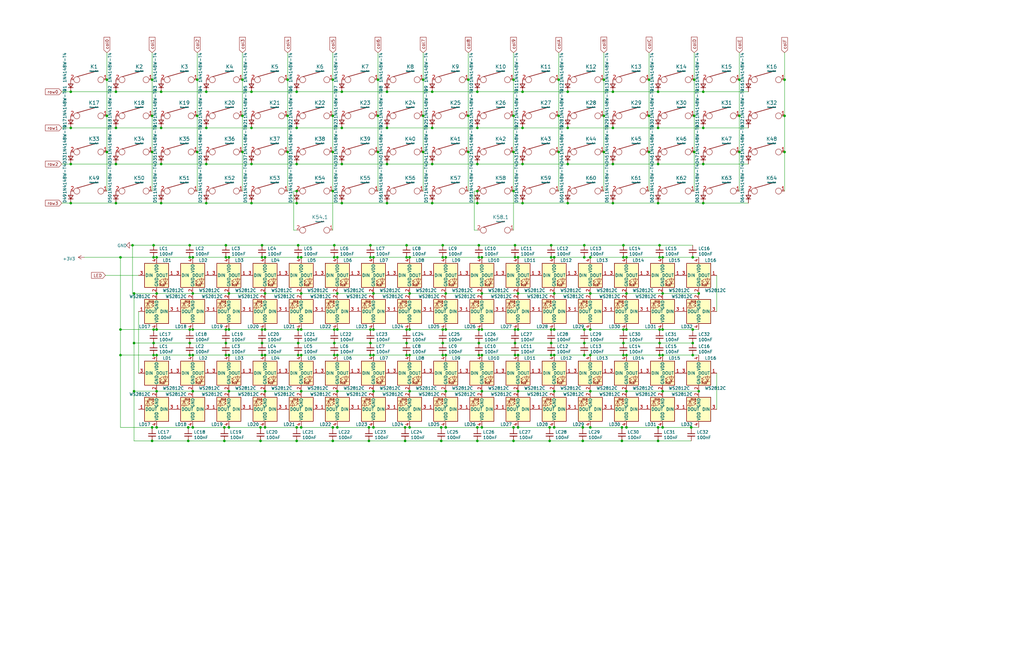
<source format=kicad_sch>
(kicad_sch (version 20230121) (generator eeschema)
  (paper "USLedger")
  (junction (at 125.095 85.725))
  (junction (at 171.45 149.86))
  (junction (at 216.535 80.645))
  (junction (at 121.285 64.135))
  (junction (at 144.145 69.215))
  (junction (at 197.485 64.135))
  (junction (at 111.76 139.065))
  (junction (at 144.145 85.725))
  (junction (at 159.385 33.655))
  (junction (at 110.49 139.065))
  (junction (at 216.535 180.34))
  (junction (at 109.855 186.055))
  (junction (at 156.21 108.585))
  (junction (at 50.8 139.065))
  (junction (at 201.295 69.215))
  (junction (at 29.845 69.215))
  (junction (at 248.92 139.065))
  (junction (at 186.69 108.585))
  (junction (at 292.1 144.78))
  (junction (at 292.735 64.135))
  (junction (at 218.44 139.065))
  (junction (at 94.615 186.055))
  (junction (at 45.085 64.135))
  (junction (at 201.93 139.065))
  (junction (at 172.72 180.34))
  (junction (at 277.495 38.735))
  (junction (at 125.73 103.505))
  (junction (at 50.8 108.585))
  (junction (at 182.245 85.725))
  (junction (at 80.01 103.505))
  (junction (at 220.345 69.215))
  (junction (at 94.615 180.34))
  (junction (at 156.21 139.065))
  (junction (at 233.68 180.34))
  (junction (at 178.435 33.655))
  (junction (at 273.685 33.655))
  (junction (at 201.295 38.735))
  (junction (at 262.255 180.34))
  (junction (at 66.04 108.585))
  (junction (at 201.93 149.86))
  (junction (at 106.045 53.975))
  (junction (at 111.76 180.34))
  (junction (at 273.685 48.895))
  (junction (at 217.17 149.86))
  (junction (at 48.895 69.215))
  (junction (at 157.48 108.585))
  (junction (at 294.64 123.825))
  (junction (at 201.93 144.78))
  (junction (at 102.235 48.895))
  (junction (at 264.16 108.585))
  (junction (at 140.335 180.34))
  (junction (at 156.21 103.505))
  (junction (at 106.045 85.725))
  (junction (at 64.135 186.055))
  (junction (at 187.96 123.825))
  (junction (at 81.28 149.86))
  (junction (at 140.335 33.655))
  (junction (at 125.095 80.645))
  (junction (at 311.785 48.895))
  (junction (at 29.845 85.725))
  (junction (at 279.4 108.585))
  (junction (at 81.28 108.585))
  (junction (at 125.73 144.78))
  (junction (at 218.44 149.86))
  (junction (at 296.545 53.975))
  (junction (at 292.735 33.655))
  (junction (at 48.895 85.725))
  (junction (at 96.52 180.34))
  (junction (at 235.585 64.135))
  (junction (at 182.245 69.215))
  (junction (at 231.775 180.34))
  (junction (at 248.92 180.34))
  (junction (at 80.01 139.065))
  (junction (at 163.195 69.215))
  (junction (at 201.295 186.055))
  (junction (at 262.89 149.86))
  (junction (at 187.96 165.1))
  (junction (at 233.68 165.1))
  (junction (at 254.635 48.895))
  (junction (at 216.535 186.055))
  (junction (at 201.295 53.975))
  (junction (at 86.995 85.725))
  (junction (at 64.77 139.065))
  (junction (at 197.485 33.655))
  (junction (at 156.21 149.86))
  (junction (at 277.495 53.975))
  (junction (at 55.88 103.505))
  (junction (at 64.77 149.86))
  (junction (at 262.89 108.585))
  (junction (at 187.96 180.34))
  (junction (at 81.28 139.065))
  (junction (at 201.295 85.725))
  (junction (at 246.38 108.585))
  (junction (at 110.49 149.86))
  (junction (at 66.04 149.86))
  (junction (at 233.68 149.86))
  (junction (at 80.01 149.86))
  (junction (at 56.515 165.1))
  (junction (at 201.93 108.585))
  (junction (at 157.48 123.825))
  (junction (at 233.68 123.825))
  (junction (at 81.28 180.34))
  (junction (at 140.97 108.585))
  (junction (at 216.535 48.895))
  (junction (at 203.2 149.86))
  (junction (at 157.48 180.34))
  (junction (at 201.295 80.645))
  (junction (at 67.945 38.735))
  (junction (at 48.895 38.735))
  (junction (at 170.815 180.34))
  (junction (at 79.375 180.34))
  (junction (at 64.77 144.78))
  (junction (at 121.285 48.895))
  (junction (at 83.185 48.895))
  (junction (at 258.445 53.975))
  (junction (at 239.395 69.215))
  (junction (at 220.345 38.735))
  (junction (at 79.375 186.055))
  (junction (at 232.41 108.585))
  (junction (at 155.575 180.34))
  (junction (at 278.13 108.585))
  (junction (at 125.73 149.86))
  (junction (at 64.135 48.895))
  (junction (at 277.495 186.055))
  (junction (at 172.72 108.585))
  (junction (at 218.44 108.585))
  (junction (at 203.2 108.585))
  (junction (at 248.92 123.825))
  (junction (at 96.52 139.065))
  (junction (at 155.575 186.055))
  (junction (at 142.24 180.34))
  (junction (at 218.44 165.1))
  (junction (at 64.77 108.585))
  (junction (at 203.2 139.065))
  (junction (at 163.195 53.975))
  (junction (at 278.13 103.505))
  (junction (at 66.04 165.1))
  (junction (at 48.895 53.975))
  (junction (at 111.76 149.86))
  (junction (at 186.055 180.34))
  (junction (at 95.25 144.78))
  (junction (at 170.815 186.055))
  (junction (at 159.385 48.895))
  (junction (at 245.745 180.34))
  (junction (at 232.41 149.86))
  (junction (at 56.515 123.825))
  (junction (at 294.64 165.1))
  (junction (at 292.735 48.895))
  (junction (at 171.45 103.505))
  (junction (at 296.545 85.725))
  (junction (at 56.515 144.78))
  (junction (at 279.4 123.825))
  (junction (at 127 149.86))
  (junction (at 127 180.34))
  (junction (at 248.92 108.585))
  (junction (at 140.97 139.065))
  (junction (at 254.635 64.135))
  (junction (at 291.465 180.34))
  (junction (at 66.04 139.065))
  (junction (at 311.785 33.655))
  (junction (at 217.17 108.585))
  (junction (at 29.845 53.975))
  (junction (at 95.25 103.505))
  (junction (at 64.135 180.34))
  (junction (at 80.01 108.585))
  (junction (at 45.085 48.895))
  (junction (at 64.135 64.135))
  (junction (at 106.045 69.215))
  (junction (at 142.24 139.065))
  (junction (at 279.4 165.1))
  (junction (at 217.17 103.505))
  (junction (at 66.04 123.825))
  (junction (at 279.4 180.34))
  (junction (at 186.055 186.055))
  (junction (at 178.435 64.135))
  (junction (at 142.24 123.825))
  (junction (at 186.69 144.78))
  (junction (at 171.45 108.585))
  (junction (at 86.995 38.735))
  (junction (at 144.145 53.975))
  (junction (at 86.995 53.975))
  (junction (at 231.775 186.055))
  (junction (at 254.635 33.655))
  (junction (at 96.52 108.585))
  (junction (at 278.13 144.78))
  (junction (at 140.97 144.78))
  (junction (at 140.335 186.055))
  (junction (at 125.73 139.065))
  (junction (at 216.535 33.655))
  (junction (at 171.45 144.78))
  (junction (at 86.995 69.215))
  (junction (at 273.685 64.135))
  (junction (at 197.485 48.895))
  (junction (at 235.585 33.655))
  (junction (at 95.25 139.065))
  (junction (at 127 123.825))
  (junction (at 264.16 123.825))
  (junction (at 140.97 103.505))
  (junction (at 292.1 149.86))
  (junction (at 125.73 108.585))
  (junction (at 172.72 165.1))
  (junction (at 64.135 33.655))
  (junction (at 110.49 103.505))
  (junction (at 186.69 149.86))
  (junction (at 109.855 180.34))
  (junction (at 140.335 48.895))
  (junction (at 171.45 139.065))
  (junction (at 292.1 139.065))
  (junction (at 102.235 64.135))
  (junction (at 81.28 165.1))
  (junction (at 201.93 103.505))
  (junction (at 144.145 38.735))
  (junction (at 172.72 123.825))
  (junction (at 67.945 53.975))
  (junction (at 163.195 85.725))
  (junction (at 296.545 69.215))
  (junction (at 203.2 123.825))
  (junction (at 258.445 69.215))
  (junction (at 163.195 38.735))
  (junction (at 159.385 64.135))
  (junction (at 142.24 149.86))
  (junction (at 239.395 53.975))
  (junction (at 262.255 186.055))
  (junction (at 83.185 64.135))
  (junction (at 102.235 33.655))
  (junction (at 157.48 149.86))
  (junction (at 203.2 165.1))
  (junction (at 187.96 149.86))
  (junction (at 262.89 103.505))
  (junction (at 182.245 38.735))
  (junction (at 142.24 165.1))
  (junction (at 262.89 144.78))
  (junction (at 127 139.065))
  (junction (at 140.335 80.645))
  (junction (at 311.785 64.135))
  (junction (at 125.095 69.215))
  (junction (at 121.285 33.655))
  (junction (at 66.04 180.34))
  (junction (at 220.345 53.975))
  (junction (at 232.41 139.065))
  (junction (at 216.535 64.135))
  (junction (at 178.435 48.895))
  (junction (at 187.96 108.585))
  (junction (at 279.4 139.065))
  (junction (at 277.495 180.34))
  (junction (at 330.835 33.655))
  (junction (at 172.72 139.065))
  (junction (at 258.445 85.725))
  (junction (at 64.77 103.505))
  (junction (at 264.16 165.1))
  (junction (at 264.16 180.34))
  (junction (at 140.97 149.86))
  (junction (at 96.52 165.1))
  (junction (at 264.16 139.065))
  (junction (at 182.245 53.975))
  (junction (at 278.13 139.065))
  (junction (at 246.38 103.505))
  (junction (at 248.92 165.1))
  (junction (at 218.44 180.34))
  (junction (at 67.945 69.215))
  (junction (at 110.49 108.585))
  (junction (at 125.095 38.735))
  (junction (at 140.335 64.135))
  (junction (at 292.1 108.585))
  (junction (at 239.395 85.725))
  (junction (at 29.845 38.735))
  (junction (at 277.495 85.725))
  (junction (at 246.38 149.86))
  (junction (at 235.585 48.895))
  (junction (at 203.2 180.34))
  (junction (at 157.48 139.065))
  (junction (at 172.72 149.86))
  (junction (at 232.41 103.505))
  (junction (at 258.445 38.735))
  (junction (at 187.96 139.065))
  (junction (at 296.545 38.735))
  (junction (at 81.28 123.825))
  (junction (at 232.41 144.78))
  (junction (at 111.76 123.825))
  (junction (at 330.835 48.895))
  (junction (at 233.68 108.585))
  (junction (at 95.25 108.585))
  (junction (at 110.49 144.78))
  (junction (at 96.52 123.825))
  (junction (at 277.495 69.215))
  (junction (at 233.68 139.065))
  (junction (at 279.4 149.86))
  (junction (at 142.24 108.585))
  (junction (at 246.38 144.78))
  (junction (at 45.085 33.655))
  (junction (at 218.44 123.825))
  (junction (at 186.69 103.505))
  (junction (at 245.745 186.055))
  (junction (at 239.395 38.735))
  (junction (at 127 165.1))
  (junction (at 157.48 165.1))
  (junction (at 278.13 149.86))
  (junction (at 217.17 139.065))
  (junction (at 156.21 144.78))
  (junction (at 106.045 38.735))
  (junction (at 95.25 149.86))
  (junction (at 67.945 85.725))
  (junction (at 264.16 149.86))
  (junction (at 220.345 85.725))
  (junction (at 125.095 53.975))
  (junction (at 83.185 33.655))
  (junction (at 96.52 149.86))
  (junction (at 111.76 108.585))
  (junction (at 201.295 180.34))
  (junction (at 262.89 139.065))
  (junction (at 127 108.585))
  (junction (at 248.92 149.86))
  (junction (at 50.8 149.86))
  (junction (at 125.095 186.055))
  (junction (at 111.76 165.1))
  (junction (at 186.69 139.065))
  (junction (at 330.835 64.135))
  (junction (at 125.095 180.34))
  (junction (at 246.38 139.065))
  (junction (at 217.17 144.78))
  (junction (at 80.01 144.78))
  (wire (pts (xy 172.72 180.34) (xy 186.055 180.34)))
  (wire (pts (xy 50.8 108.585) (xy 50.8 139.065)))
  (wire (pts (xy 302.26 116.205) (xy 302.26 131.445)))
  (wire (pts (xy 277.495 186.055) (xy 291.465 186.055)))
  (wire (pts (xy 233.68 180.34) (xy 245.745 180.34)))
  (wire (pts (xy 218.44 180.34) (xy 231.775 180.34)))
  (wire (pts (xy 292.735 64.135) (xy 292.735 80.645)))
  (wire (pts (xy 258.445 85.725) (xy 239.395 85.725)))
  (wire (pts (xy 109.855 180.34) (xy 111.76 180.34)))
  (wire (pts (xy 81.28 149.86) (xy 95.25 149.86)))
  (wire (pts (xy 79.375 186.055) (xy 94.615 186.055)))
  (wire (pts (xy 278.13 144.78) (xy 292.1 144.78)))
  (wire (pts (xy 45.085 64.135) (xy 45.085 80.645)))
  (wire (pts (xy 170.815 180.34) (xy 172.72 180.34)))
  (wire (pts (xy 235.585 64.135) (xy 235.585 80.645)))
  (wire (pts (xy 220.345 69.215) (xy 239.395 69.215)))
  (wire (pts (xy 311.785 22.225) (xy 311.785 33.655)))
  (wire (pts (xy 80.01 103.505) (xy 95.25 103.505)))
  (wire (pts (xy 140.335 186.055) (xy 155.575 186.055)))
  (wire (pts (xy 264.16 165.1) (xy 279.4 165.1)))
  (wire (pts (xy 279.4 108.585) (xy 292.1 108.585)))
  (wire (pts (xy 262.89 108.585) (xy 264.16 108.585)))
  (wire (pts (xy 95.25 103.505) (xy 110.49 103.505)))
  (wire (pts (xy 156.21 108.585) (xy 157.48 108.585)))
  (wire (pts (xy 80.01 144.78) (xy 95.25 144.78)))
  (wire (pts (xy 94.615 186.055) (xy 109.855 186.055)))
  (wire (pts (xy 125.73 139.7) (xy 125.73 139.065)))
  (wire (pts (xy 140.335 48.895) (xy 140.335 64.135)))
  (wire (pts (xy 201.93 139.065) (xy 203.2 139.065)))
  (wire (pts (xy 50.8 149.86) (xy 64.77 149.86)))
  (wire (pts (xy 50.8 108.585) (xy 64.77 108.585)))
  (wire (pts (xy 264.16 139.065) (xy 278.13 139.065)))
  (wire (pts (xy 273.685 48.895) (xy 273.685 33.655)))
  (wire (pts (xy 127 165.1) (xy 142.24 165.1)))
  (wire (pts (xy 66.04 108.585) (xy 80.01 108.585)))
  (wire (pts (xy 279.4 149.86) (xy 292.1 149.86)))
  (wire (pts (xy 203.2 149.86) (xy 217.17 149.86)))
  (wire (pts (xy 254.635 64.135) (xy 254.635 80.645)))
  (wire (pts (xy 125.73 103.505) (xy 140.97 103.505)))
  (wire (pts (xy 48.895 69.215) (xy 67.945 69.215)))
  (wire (pts (xy 140.335 80.645) (xy 140.335 97.155)))
  (wire (pts (xy 96.52 108.585) (xy 110.49 108.585)))
  (wire (pts (xy 220.345 53.975) (xy 201.295 53.975)))
  (wire (pts (xy 171.45 108.585) (xy 172.72 108.585)))
  (wire (pts (xy 110.49 139.065) (xy 111.76 139.065)))
  (wire (pts (xy 102.235 33.655) (xy 102.235 22.225)))
  (wire (pts (xy 233.68 149.86) (xy 246.38 149.86)))
  (wire (pts (xy 56.515 123.825) (xy 56.515 144.78)))
  (wire (pts (xy 233.68 108.585) (xy 246.38 108.585)))
  (wire (pts (xy 187.96 139.065) (xy 201.93 139.065)))
  (wire (pts (xy 125.095 180.34) (xy 127 180.34)))
  (wire (pts (xy 182.245 69.215) (xy 201.295 69.215)))
  (wire (pts (xy 246.38 139.065) (xy 248.92 139.065)))
  (wire (pts (xy 110.49 144.78) (xy 125.73 144.78)))
  (wire (pts (xy 96.52 165.1) (xy 111.76 165.1)))
  (wire (pts (xy 125.73 149.86) (xy 127 149.86)))
  (wire (pts (xy 125.095 53.975) (xy 106.045 53.975)))
  (wire (pts (xy 102.235 33.655) (xy 102.235 48.895)))
  (wire (pts (xy 246.38 103.505) (xy 262.89 103.505)))
  (wire (pts (xy 216.535 180.34) (xy 218.44 180.34)))
  (wire (pts (xy 64.135 48.895) (xy 64.135 64.135)))
  (wire (pts (xy 302.26 157.48) (xy 302.26 172.72)))
  (wire (pts (xy 178.435 48.895) (xy 178.435 64.135)))
  (wire (pts (xy 127 108.585) (xy 140.97 108.585)))
  (wire (pts (xy 155.575 180.975) (xy 155.575 180.34)))
  (wire (pts (xy 58.42 131.445) (xy 58.42 157.48)))
  (wire (pts (xy 125.095 69.215) (xy 144.145 69.215)))
  (wire (pts (xy 80.01 139.065) (xy 81.28 139.065)))
  (wire (pts (xy 277.495 53.975) (xy 258.445 53.975)))
  (wire (pts (xy 217.17 144.78) (xy 232.41 144.78)))
  (wire (pts (xy 187.96 108.585) (xy 201.93 108.585)))
  (wire (pts (xy 203.2 165.1) (xy 218.44 165.1)))
  (wire (pts (xy 233.68 139.065) (xy 246.38 139.065)))
  (wire (pts (xy 264.16 123.825) (xy 279.4 123.825)))
  (wire (pts (xy 48.895 85.725) (xy 29.845 85.725)))
  (wire (pts (xy 264.16 108.585) (xy 278.13 108.585)))
  (wire (pts (xy 50.8 180.34) (xy 64.135 180.34)))
  (wire (pts (xy 239.395 38.735) (xy 258.445 38.735)))
  (wire (pts (xy 277.495 180.975) (xy 277.495 180.34)))
  (wire (pts (xy 172.72 149.86) (xy 186.69 149.86)))
  (wire (pts (xy 178.435 33.655) (xy 178.435 22.225)))
  (wire (pts (xy 273.685 80.645) (xy 273.685 64.135)))
  (wire (pts (xy 56.515 165.1) (xy 66.04 165.1)))
  (wire (pts (xy 95.25 139.7) (xy 95.25 139.065)))
  (wire (pts (xy 278.13 139.7) (xy 278.13 139.065)))
  (wire (pts (xy 121.285 22.225) (xy 121.285 33.655)))
  (wire (pts (xy 95.25 144.78) (xy 110.49 144.78)))
  (wire (pts (xy 157.48 180.34) (xy 170.815 180.34)))
  (wire (pts (xy 217.17 108.585) (xy 218.44 108.585)))
  (wire (pts (xy 106.045 53.975) (xy 86.995 53.975)))
  (wire (pts (xy 171.45 149.86) (xy 172.72 149.86)))
  (wire (pts (xy 216.535 64.135) (xy 216.535 80.645)))
  (wire (pts (xy 111.76 123.825) (xy 127 123.825)))
  (wire (pts (xy 102.235 64.135) (xy 102.235 80.645)))
  (wire (pts (xy 48.895 53.975) (xy 29.845 53.975)))
  (wire (pts (xy 48.895 38.735) (xy 67.945 38.735)))
  (wire (pts (xy 64.77 139.7) (xy 64.77 139.065)))
  (wire (pts (xy 86.995 38.735) (xy 106.045 38.735)))
  (wire (pts (xy 248.92 180.34) (xy 262.255 180.34)))
  (wire (pts (xy 35.56 108.585) (xy 50.8 108.585)))
  (wire (pts (xy 140.97 103.505) (xy 156.21 103.505)))
  (wire (pts (xy 186.69 144.78) (xy 201.93 144.78)))
  (wire (pts (xy 81.28 165.1) (xy 96.52 165.1)))
  (wire (pts (xy 232.41 139.7) (xy 232.41 139.065)))
  (wire (pts (xy 315.595 53.975) (xy 296.545 53.975)))
  (wire (pts (xy 254.635 48.895) (xy 254.635 64.135)))
  (wire (pts (xy 216.535 186.055) (xy 231.775 186.055)))
  (wire (pts (xy 66.04 139.065) (xy 80.01 139.065)))
  (wire (pts (xy 67.945 85.725) (xy 48.895 85.725)))
  (wire (pts (xy 172.72 165.1) (xy 187.96 165.1)))
  (wire (pts (xy 203.2 108.585) (xy 217.17 108.585)))
  (wire (pts (xy 231.775 180.34) (xy 233.68 180.34)))
  (wire (pts (xy 171.45 139.7) (xy 171.45 139.065)))
  (wire (pts (xy 163.195 85.725) (xy 144.145 85.725)))
  (wire (pts (xy 248.92 123.825) (xy 264.16 123.825)))
  (wire (pts (xy 232.41 144.78) (xy 246.38 144.78)))
  (wire (pts (xy 121.285 33.655) (xy 121.285 48.895)))
  (wire (pts (xy 187.96 123.825) (xy 203.2 123.825)))
  (wire (pts (xy 80.01 108.585) (xy 81.28 108.585)))
  (wire (pts (xy 79.375 180.34) (xy 81.28 180.34)))
  (wire (pts (xy 67.945 38.735) (xy 86.995 38.735)))
  (wire (pts (xy 187.96 149.86) (xy 201.93 149.86)))
  (wire (pts (xy 182.245 38.735) (xy 201.295 38.735)))
  (wire (pts (xy 56.515 144.78) (xy 56.515 165.1)))
  (wire (pts (xy 123.825 80.645) (xy 123.825 97.155)))
  (wire (pts (xy 296.545 53.975) (xy 277.495 53.975)))
  (wire (pts (xy 64.135 64.135) (xy 64.135 80.645)))
  (wire (pts (xy 292.735 48.895) (xy 292.735 64.135)))
  (wire (pts (xy 233.68 165.1) (xy 248.92 165.1)))
  (wire (pts (xy 157.48 165.1) (xy 172.72 165.1)))
  (wire (pts (xy 296.545 85.725) (xy 277.495 85.725)))
  (wire (pts (xy 292.1 139.065) (xy 294.64 139.065)))
  (wire (pts (xy 58.42 116.205) (xy 44.45 116.205)))
  (wire (pts (xy 163.195 53.975) (xy 144.145 53.975)))
  (wire (pts (xy 197.485 22.225) (xy 197.485 33.655)))
  (wire (pts (xy 201.93 144.78) (xy 217.17 144.78)))
  (wire (pts (xy 96.52 123.825) (xy 111.76 123.825)))
  (wire (pts (xy 216.535 180.975) (xy 216.535 180.34)))
  (wire (pts (xy 156.21 149.86) (xy 157.48 149.86)))
  (wire (pts (xy 170.815 186.055) (xy 186.055 186.055)))
  (wire (pts (xy 86.995 85.725) (xy 67.945 85.725)))
  (wire (pts (xy 29.845 69.215) (xy 48.895 69.215)))
  (wire (pts (xy 201.295 85.725) (xy 182.245 85.725)))
  (wire (pts (xy 80.01 149.86) (xy 81.28 149.86)))
  (wire (pts (xy 315.595 85.725) (xy 296.545 85.725)))
  (wire (pts (xy 178.435 64.135) (xy 178.435 80.645)))
  (wire (pts (xy 81.28 108.585) (xy 95.25 108.585)))
  (wire (pts (xy 186.69 108.585) (xy 187.96 108.585)))
  (wire (pts (xy 163.195 38.735) (xy 182.245 38.735)))
  (wire (pts (xy 330.835 64.135) (xy 330.835 80.645)))
  (wire (pts (xy 186.055 180.975) (xy 186.055 180.34)))
  (wire (pts (xy 291.465 180.34) (xy 294.64 180.34)))
  (wire (pts (xy 201.295 69.215) (xy 220.345 69.215)))
  (wire (pts (xy 277.495 180.34) (xy 279.4 180.34)))
  (wire (pts (xy 64.77 108.585) (xy 66.04 108.585)))
  (wire (pts (xy 279.4 123.825) (xy 294.64 123.825)))
  (wire (pts (xy 144.145 85.725) (xy 125.095 85.725)))
  (wire (pts (xy 218.44 123.825) (xy 233.68 123.825)))
  (wire (pts (xy 121.285 64.135) (xy 121.285 80.645)))
  (wire (pts (xy 55.88 103.505) (xy 55.88 123.825)))
  (wire (pts (xy 246.38 108.585) (xy 248.92 108.585)))
  (wire (pts (xy 140.335 180.34) (xy 142.24 180.34)))
  (wire (pts (xy 50.8 139.065) (xy 64.77 139.065)))
  (wire (pts (xy 201.93 139.7) (xy 201.93 139.065)))
  (wire (pts (xy 64.77 139.065) (xy 66.04 139.065)))
  (wire (pts (xy 26.035 53.975) (xy 29.845 53.975)))
  (wire (pts (xy 277.495 85.725) (xy 258.445 85.725)))
  (wire (pts (xy 96.52 180.34) (xy 109.855 180.34)))
  (wire (pts (xy 186.055 186.055) (xy 201.295 186.055)))
  (wire (pts (xy 232.41 103.505) (xy 246.38 103.505)))
  (wire (pts (xy 201.93 149.86) (xy 203.2 149.86)))
  (wire (pts (xy 203.2 123.825) (xy 218.44 123.825)))
  (wire (pts (xy 111.76 139.065) (xy 125.73 139.065)))
  (wire (pts (xy 278.13 139.065) (xy 279.4 139.065)))
  (wire (pts (xy 200.025 80.645) (xy 200.025 97.155)))
  (wire (pts (xy 64.135 180.34) (xy 66.04 180.34)))
  (wire (pts (xy 217.17 103.505) (xy 232.41 103.505)))
  (wire (pts (xy 142.24 139.065) (xy 156.21 139.065)))
  (wire (pts (xy 111.76 108.585) (xy 125.73 108.585)))
  (wire (pts (xy 94.615 180.975) (xy 94.615 180.34)))
  (wire (pts (xy 110.49 108.585) (xy 111.76 108.585)))
  (wire (pts (xy 296.545 69.215) (xy 315.595 69.215)))
  (wire (pts (xy 201.295 180.975) (xy 201.295 180.34)))
  (wire (pts (xy 26.035 38.735) (xy 29.845 38.735)))
  (wire (pts (xy 127 139.065) (xy 140.97 139.065)))
  (wire (pts (xy 95.25 139.065) (xy 96.52 139.065)))
  (wire (pts (xy 127 123.825) (xy 142.24 123.825)))
  (wire (pts (xy 157.48 108.585) (xy 171.45 108.585)))
  (wire (pts (xy 231.775 186.055) (xy 245.745 186.055)))
  (wire (pts (xy 64.135 33.655) (xy 64.135 48.895)))
  (wire (pts (xy 201.295 186.055) (xy 216.535 186.055)))
  (wire (pts (xy 79.375 180.975) (xy 79.375 180.34)))
  (wire (pts (xy 233.68 123.825) (xy 248.92 123.825)))
  (wire (pts (xy 66.04 165.1) (xy 81.28 165.1)))
  (wire (pts (xy 262.89 139.7) (xy 262.89 139.065)))
  (wire (pts (xy 66.04 180.34) (xy 79.375 180.34)))
  (wire (pts (xy 186.69 149.86) (xy 187.96 149.86)))
  (wire (pts (xy 258.445 53.975) (xy 239.395 53.975)))
  (wire (pts (xy 156.21 144.78) (xy 171.45 144.78)))
  (wire (pts (xy 231.775 180.975) (xy 231.775 180.34)))
  (wire (pts (xy 216.535 80.645) (xy 216.535 97.155)))
  (wire (pts (xy 55.88 103.505) (xy 64.77 103.505)))
  (wire (pts (xy 56.515 144.78) (xy 64.77 144.78)))
  (wire (pts (xy 246.38 149.86) (xy 248.92 149.86)))
  (wire (pts (xy 29.845 38.735) (xy 48.895 38.735)))
  (wire (pts (xy 127 149.86) (xy 140.97 149.86)))
  (wire (pts (xy 110.49 103.505) (xy 125.73 103.505)))
  (wire (pts (xy 94.615 180.34) (xy 96.52 180.34)))
  (wire (pts (xy 262.89 149.86) (xy 264.16 149.86)))
  (wire (pts (xy 125.095 38.735) (xy 144.145 38.735)))
  (wire (pts (xy 279.4 149.86) (xy 278.13 149.86)))
  (wire (pts (xy 292.735 33.655) (xy 292.735 48.895)))
  (wire (pts (xy 81.28 180.34) (xy 94.615 180.34)))
  (wire (pts (xy 178.435 33.655) (xy 178.435 48.895)))
  (wire (pts (xy 56.515 165.1) (xy 56.515 186.055)))
  (wire (pts (xy 64.77 149.86) (xy 66.04 149.86)))
  (wire (pts (xy 296.545 38.735) (xy 315.595 38.735)))
  (wire (pts (xy 186.69 139.7) (xy 186.69 139.065)))
  (wire (pts (xy 140.97 149.86) (xy 142.24 149.86)))
  (wire (pts (xy 142.24 108.585) (xy 156.21 108.585)))
  (wire (pts (xy 239.395 69.215) (xy 258.445 69.215)))
  (wire (pts (xy 80.01 139.7) (xy 80.01 139.065)))
  (wire (pts (xy 172.72 123.825) (xy 187.96 123.825)))
  (wire (pts (xy 155.575 180.34) (xy 157.48 180.34)))
  (wire (pts (xy 264.16 149.86) (xy 278.13 149.86)))
  (wire (pts (xy 50.8 149.86) (xy 50.8 139.065)))
  (wire (pts (xy 186.69 103.505) (xy 201.93 103.505)))
  (wire (pts (xy 125.095 85.725) (xy 106.045 85.725)))
  (wire (pts (xy 127 180.34) (xy 140.335 180.34)))
  (wire (pts (xy 156.21 103.505) (xy 171.45 103.505)))
  (wire (pts (xy 217.17 149.86) (xy 218.44 149.86)))
  (wire (pts (xy 95.25 108.585) (xy 96.52 108.585)))
  (wire (pts (xy 159.385 33.655) (xy 159.385 48.895)))
  (wire (pts (xy 109.855 180.975) (xy 109.855 180.34)))
  (wire (pts (xy 142.24 165.1) (xy 157.48 165.1)))
  (wire (pts (xy 159.385 48.895) (xy 159.385 64.135)))
  (wire (pts (xy 67.945 69.215) (xy 86.995 69.215)))
  (wire (pts (xy 140.335 64.135) (xy 140.335 80.645)))
  (wire (pts (xy 64.135 186.055) (xy 79.375 186.055)))
  (wire (pts (xy 56.515 186.055) (xy 64.135 186.055)))
  (wire (pts (xy 81.28 139.065) (xy 95.25 139.065)))
  (wire (pts (xy 155.575 186.055) (xy 170.815 186.055)))
  (wire (pts (xy 311.785 33.655) (xy 311.785 48.895)))
  (wire (pts (xy 142.24 123.825) (xy 157.48 123.825)))
  (wire (pts (xy 235.585 48.895) (xy 235.585 64.135)))
  (wire (pts (xy 83.185 48.895) (xy 83.185 64.135)))
  (wire (pts (xy 278.13 103.505) (xy 292.1 103.505)))
  (wire (pts (xy 171.45 139.065) (xy 172.72 139.065)))
  (wire (pts (xy 110.49 139.7) (xy 110.49 139.065)))
  (wire (pts (xy 201.295 38.735) (xy 220.345 38.735)))
  (wire (pts (xy 64.77 103.505) (xy 80.01 103.505)))
  (wire (pts (xy 157.48 123.825) (xy 172.72 123.825)))
  (wire (pts (xy 216.535 33.655) (xy 216.535 48.895)))
  (wire (pts (xy 157.48 149.86) (xy 171.45 149.86)))
  (wire (pts (xy 220.345 85.725) (xy 201.295 85.725)))
  (wire (pts (xy 140.97 108.585) (xy 142.24 108.585)))
  (wire (pts (xy 56.515 123.825) (xy 55.88 123.825)))
  (wire (pts (xy 279.4 165.1) (xy 294.64 165.1)))
  (wire (pts (xy 86.995 69.215) (xy 106.045 69.215)))
  (wire (pts (xy 64.135 180.975) (xy 64.135 180.34)))
  (wire (pts (xy 50.8 180.34) (xy 50.8 149.86)))
  (wire (pts (xy 203.2 139.065) (xy 217.17 139.065)))
  (wire (pts (xy 64.135 22.225) (xy 64.135 33.655)))
  (wire (pts (xy 26.035 85.725) (xy 29.845 85.725)))
  (wire (pts (xy 200.025 97.155) (xy 201.295 97.155)))
  (wire (pts (xy 45.085 48.895) (xy 45.085 64.135)))
  (wire (pts (xy 125.095 80.645) (xy 123.825 80.645)))
  (wire (pts (xy 245.745 186.055) (xy 262.255 186.055)))
  (wire (pts (xy 140.335 180.975) (xy 140.335 180.34)))
  (wire (pts (xy 330.835 33.655) (xy 330.835 22.225)))
  (wire (pts (xy 86.995 53.975) (xy 67.945 53.975)))
  (wire (pts (xy 218.44 149.86) (xy 232.41 149.86)))
  (wire (pts (xy 110.49 149.86) (xy 111.76 149.86)))
  (wire (pts (xy 163.195 69.215) (xy 182.245 69.215)))
  (wire (pts (xy 172.72 108.585) (xy 186.69 108.585)))
  (wire (pts (xy 66.04 123.825) (xy 81.28 123.825)))
  (wire (pts (xy 232.41 139.065) (xy 233.68 139.065)))
  (wire (pts (xy 233.68 108.585) (xy 232.41 108.585)))
  (wire (pts (xy 273.685 22.225) (xy 273.685 33.655)))
  (wire (pts (xy 106.045 38.735) (xy 125.095 38.735)))
  (wire (pts (xy 56.515 123.825) (xy 66.04 123.825)))
  (wire (pts (xy 140.97 139.065) (xy 142.24 139.065)))
  (wire (pts (xy 171.45 103.505) (xy 186.69 103.505)))
  (wire (pts (xy 292.1 108.585) (xy 294.64 108.585)))
  (wire (pts (xy 279.4 139.065) (xy 292.1 139.065)))
  (wire (pts (xy 218.44 108.585) (xy 232.41 108.585)))
  (wire (pts (xy 111.76 149.86) (xy 125.73 149.86)))
  (wire (pts (xy 217.17 139.065) (xy 218.44 139.065)))
  (wire (pts (xy 156.21 139.7) (xy 156.21 139.065)))
  (wire (pts (xy 246.38 139.7) (xy 246.38 139.065)))
  (wire (pts (xy 245.745 180.975) (xy 245.745 180.34)))
  (wire (pts (xy 102.235 48.895) (xy 102.235 64.135)))
  (wire (pts (xy 279.4 108.585) (xy 278.13 108.585)))
  (wire (pts (xy 159.385 64.135) (xy 159.385 80.645)))
  (wire (pts (xy 140.335 33.655) (xy 140.335 22.225)))
  (wire (pts (xy 111.76 165.1) (xy 127 165.1)))
  (wire (pts (xy 140.97 144.78) (xy 156.21 144.78)))
  (wire (pts (xy 45.085 33.655) (xy 45.085 22.225)))
  (wire (pts (xy 45.085 33.655) (xy 45.085 48.895)))
  (wire (pts (xy 95.25 149.86) (xy 96.52 149.86)))
  (wire (pts (xy 125.73 139.065) (xy 127 139.065)))
  (wire (pts (xy 311.785 64.135) (xy 311.785 80.645)))
  (wire (pts (xy 254.635 33.655) (xy 254.635 22.225)))
  (wire (pts (xy 201.295 53.975) (xy 182.245 53.975)))
  (wire (pts (xy 330.835 48.895) (xy 330.835 64.135)))
  (wire (pts (xy 262.89 139.065) (xy 264.16 139.065)))
  (wire (pts (xy 123.825 97.155) (xy 125.095 97.155)))
  (wire (pts (xy 218.44 165.1) (xy 233.68 165.1)))
  (wire (pts (xy 140.97 139.7) (xy 140.97 139.065)))
  (wire (pts (xy 144.145 53.975) (xy 125.095 53.975)))
  (wire (pts (xy 264.16 180.34) (xy 277.495 180.34)))
  (wire (pts (xy 246.38 144.78) (xy 262.89 144.78)))
  (wire (pts (xy 125.73 108.585) (xy 127 108.585)))
  (wire (pts (xy 311.785 48.895) (xy 311.785 64.135)))
  (wire (pts (xy 111.76 180.34) (xy 125.095 180.34)))
  (wire (pts (xy 172.72 139.065) (xy 186.69 139.065)))
  (wire (pts (xy 125.095 180.975) (xy 125.095 180.34)))
  (wire (pts (xy 144.145 38.735) (xy 163.195 38.735)))
  (wire (pts (xy 262.89 103.505) (xy 278.13 103.505)))
  (wire (pts (xy 64.77 144.78) (xy 80.01 144.78)))
  (wire (pts (xy 277.495 38.735) (xy 296.545 38.735)))
  (wire (pts (xy 26.035 69.215) (xy 29.845 69.215)))
  (wire (pts (xy 220.345 38.735) (xy 239.395 38.735)))
  (wire (pts (xy 109.855 186.055) (xy 125.095 186.055)))
  (wire (pts (xy 125.73 144.78) (xy 140.97 144.78)))
  (wire (pts (xy 186.69 139.065) (xy 187.96 139.065)))
  (wire (pts (xy 186.055 180.34) (xy 187.96 180.34)))
  (wire (pts (xy 201.295 80.645) (xy 200.025 80.645)))
  (wire (pts (xy 187.96 180.34) (xy 201.295 180.34)))
  (wire (pts (xy 83.185 22.225) (xy 83.185 33.655)))
  (wire (pts (xy 83.185 64.135) (xy 83.185 80.645)))
  (wire (pts (xy 330.835 33.655) (xy 330.835 48.895)))
  (wire (pts (xy 216.535 48.895) (xy 216.535 64.135)))
  (wire (pts (xy 159.385 22.225) (xy 159.385 33.655)))
  (wire (pts (xy 203.2 180.34) (xy 216.535 180.34)))
  (wire (pts (xy 144.145 69.215) (xy 163.195 69.215)))
  (wire (pts (xy 182.245 85.725) (xy 163.195 85.725)))
  (wire (pts (xy 262.255 180.34) (xy 264.16 180.34)))
  (wire (pts (xy 218.44 139.065) (xy 232.41 139.065)))
  (wire (pts (xy 156.21 139.065) (xy 157.48 139.065)))
  (wire (pts (xy 83.185 33.655) (xy 83.185 48.895)))
  (wire (pts (xy 96.52 149.86) (xy 110.49 149.86)))
  (wire (pts (xy 279.4 180.34) (xy 291.465 180.34)))
  (wire (pts (xy 216.535 33.655) (xy 216.535 22.225)))
  (wire (pts (xy 67.945 53.975) (xy 48.895 53.975)))
  (wire (pts (xy 66.04 149.86) (xy 80.01 149.86)))
  (wire (pts (xy 217.17 139.7) (xy 217.17 139.065)))
  (wire (pts (xy 142.24 180.34) (xy 155.575 180.34)))
  (wire (pts (xy 292.735 33.655) (xy 292.735 22.225)))
  (wire (pts (xy 277.495 69.215) (xy 296.545 69.215)))
  (wire (pts (xy 233.68 149.86) (xy 232.41 149.86)))
  (wire (pts (xy 182.245 53.975) (xy 163.195 53.975)))
  (wire (pts (xy 235.585 22.225) (xy 235.585 33.655)))
  (wire (pts (xy 262.255 186.055) (xy 277.495 186.055)))
  (wire (pts (xy 81.28 123.825) (xy 96.52 123.825)))
  (wire (pts (xy 248.92 108.585) (xy 262.89 108.585)))
  (wire (pts (xy 262.89 144.78) (xy 278.13 144.78)))
  (wire (pts (xy 197.485 48.895) (xy 197.485 64.135)))
  (wire (pts (xy 239.395 53.975) (xy 220.345 53.975)))
  (wire (pts (xy 142.24 149.86) (xy 156.21 149.86)))
  (wire (pts (xy 292.1 139.7) (xy 292.1 139.065)))
  (wire (pts (xy 235.585 33.655) (xy 235.585 48.895)))
  (wire (pts (xy 140.335 33.655) (xy 140.335 48.895)))
  (wire (pts (xy 171.45 144.78) (xy 186.69 144.78)))
  (wire (pts (xy 239.395 85.725) (xy 220.345 85.725)))
  (wire (pts (xy 170.815 180.975) (xy 170.815 180.34)))
  (wire (pts (xy 291.465 180.975) (xy 291.465 180.34)))
  (wire (pts (xy 248.92 165.1) (xy 264.16 165.1)))
  (wire (pts (xy 106.045 85.725) (xy 86.995 85.725)))
  (wire (pts (xy 197.485 33.655) (xy 197.485 48.895)))
  (wire (pts (xy 258.445 69.215) (xy 277.495 69.215)))
  (wire (pts (xy 248.92 139.065) (xy 262.89 139.065)))
  (wire (pts (xy 248.92 149.86) (xy 262.89 149.86)))
  (wire (pts (xy 96.52 139.065) (xy 110.49 139.065)))
  (wire (pts (xy 125.095 186.055) (xy 140.335 186.055)))
  (wire (pts (xy 201.93 108.585) (xy 203.2 108.585)))
  (wire (pts (xy 121.285 48.895) (xy 121.285 64.135)))
  (wire (pts (xy 258.445 38.735) (xy 277.495 38.735)))
  (wire (pts (xy 187.96 165.1) (xy 203.2 165.1)))
  (wire (pts (xy 157.48 139.065) (xy 171.45 139.065)))
  (wire (pts (xy 254.635 33.655) (xy 254.635 48.895)))
  (wire (pts (xy 245.745 180.34) (xy 248.92 180.34)))
  (wire (pts (xy 292.1 149.86) (xy 294.64 149.86)))
  (wire (pts (xy 273.685 64.135) (xy 273.685 48.895)))
  (wire (pts (xy 201.295 180.34) (xy 203.2 180.34)))
  (wire (pts (xy 201.93 103.505) (xy 217.17 103.505)))
  (wire (pts (xy 262.255 180.975) (xy 262.255 180.34)))
  (wire (pts (xy 106.045 69.215) (xy 125.095 69.215)))
  (wire (pts (xy 197.485 64.135) (xy 197.485 80.645)))
  (global_label "colF" (shape input) (at 330.835 22.225 90) (property "Intersheetrefs" "${INTERSHEET_REFS}" (effects hide)))
  (global_label "colC" (shape input) (at 273.685 22.225 90) (property "Intersheetrefs" "${INTERSHEET_REFS}" (effects hide)))
  (global_label "colA" (shape input) (at 235.585 22.225 90) (property "Intersheetrefs" "${INTERSHEET_REFS}" (effects hide)))
  (global_label "colE" (shape input) (at 311.785 22.225 90) (property "Intersheetrefs" "${INTERSHEET_REFS}" (effects hide)))
  (global_label "col4" (shape input) (at 121.285 22.225 90) (property "Intersheetrefs" "${INTERSHEET_REFS}" (effects hide)))
  (global_label "row1" (shape input) (at 26.035 53.975 180) (property "Intersheetrefs" "${INTERSHEET_REFS}" (effects hide)))
  (global_label "colB" (shape input) (at 254.635 22.225 90) (property "Intersheetrefs" "${INTERSHEET_REFS}" (effects hide)))
  (global_label "row3" (shape input) (at 26.035 85.725 180) (property "Intersheetrefs" "${INTERSHEET_REFS}" (effects hide)))
  (global_label "col1" (shape input) (at 64.135 22.225 90) (property "Intersheetrefs" "${INTERSHEET_REFS}" (effects hide)))
  (global_label "row2" (shape input) (at 26.035 69.215 180) (property "Intersheetrefs" "${INTERSHEET_REFS}" (effects hide)))
  (global_label "col2" (shape input) (at 83.185 22.225 90) (property "Intersheetrefs" "${INTERSHEET_REFS}" (effects hide)))
  (global_label "col7" (shape input) (at 178.435 22.225 90) (property "Intersheetrefs" "${INTERSHEET_REFS}" (effects hide)))
  (global_label "LED" (shape input) (at 44.45 116.205 180) (property "Intersheetrefs" "${INTERSHEET_REFS}" (effects hide)))
  (global_label "col8" (shape input) (at 197.485 22.225 90) (property "Intersheetrefs" "${INTERSHEET_REFS}" (effects hide)))
  (global_label "col9" (shape input) (at 216.535 22.225 90) (property "Intersheetrefs" "${INTERSHEET_REFS}" (effects hide)))
  (global_label "col3" (shape input) (at 102.235 22.225 90) (property "Intersheetrefs" "${INTERSHEET_REFS}" (effects hide)))
  (global_label "col5" (shape input) (at 140.335 22.225 90) (property "Intersheetrefs" "${INTERSHEET_REFS}" (effects hide)))
  (global_label "row0" (shape input) (at 26.035 38.735 180) (property "Intersheetrefs" "${INTERSHEET_REFS}" (effects hide)))
  (global_label "col0" (shape input) (at 45.085 22.225 90) (property "Intersheetrefs" "${INTERSHEET_REFS}" (effects hide)))
  (global_label "colD" (shape input) (at 292.735 22.225 90) (property "Intersheetrefs" "${INTERSHEET_REFS}" (effects hide)))
  (global_label "col6" (shape input) (at 159.385 22.225 90) (property "Intersheetrefs" "${INTERSHEET_REFS}" (effects hide)))
  (symbol (lib_id "Device:C_Small") (at 291.465 183.515 0) (unit 1)
    (property "Reference" "LC32" (at 293.8018 182.3466 0) (effects (justify left)))
    (property "Value" "100nF" (at 293.8018 184.658 0) (effects (justify left)))
    (property "Footprint" "EDI:Passive_0402_1005Metric" (effects hide))
    (property "LCSC" "C307331" (effects hide))
  )
  (symbol (lib_id "Device:C_Small") (at 201.93 142.24 0) (unit 1)
    (property "Reference" "LC26" (at 204.2668 141.0716 0) (effects (justify left)))
    (property "Value" "100nF" (at 204.2668 143.383 0) (effects (justify left)))
    (property "Footprint" "EDI:Passive_0402_1005Metric" (effects hide))
    (property "LCSC" "C307331" (effects hide))
  )
  (symbol (lib_id "Device:D_Small") (at 239.395 83.185 270) (mirror x) (unit 1)
    (property "Reference" "D60" (at 236.855 85.725 0) (effects (justify left)))
    (property "Value" "1N4148W-T4" (at 236.855 81.915 0) (effects (justify left)))
    (property "Footprint" "EDI:D_SOD-523" (effects hide))
    (property "LCSC" "C68948" (effects hide))
  )
  (symbol (lib_id "Device:C_Small") (at 232.41 147.32 0) (unit 1)
    (property "Reference" "LC12" (at 234.7468 146.1516 0) (effects (justify left)))
    (property "Value" "100nF" (at 234.7468 148.463 0) (effects (justify left)))
    (property "Footprint" "EDI:Passive_0402_1005Metric" (effects hide))
    (property "LCSC" "C307331" (effects hide))
  )
  (symbol (lib_id "EDI:WS2812C") (at 111.76 157.48 0) (unit 1)
    (property "Reference" "LD4" (at 114.3 151.13 0) (effects (justify left)))
    (property "Value" "WS2812C" (at 114.3 163.83 0) (effects (justify left)))
    (property "Footprint" "EDI:WS2812C_2020" (effects hide))
    (property "Datasheet" "https://cdn-shop.adafruit.com/datasheets/WS2812B.pdf" (effects hide))
    (property "LCSC" "C2976072" (effects hide))
  )
  (symbol (lib_id "HL-Mk2-rescue:KEYSW-keyboard_parts") (at 304.165 33.655 0) (unit 1)
    (property "Reference" "K15" (at 306.3494 28.1432 0) (effects (font (size 1.524 1.524))))
    (property "Value" "Keyswitch" (at 306.3494 30.0228 0) (effects (font (size 0.508 0.508))))
    (property "Footprint" "EDI:MX-Choc" (effects hide))
  )
  (symbol (lib_id "Device:C_Small") (at 186.69 142.24 0) (unit 1)
    (property "Reference" "LC25" (at 189.0268 141.0716 0) (effects (justify left)))
    (property "Value" "100nF" (at 189.0268 143.383 0) (effects (justify left)))
    (property "Footprint" "EDI:Passive_0402_1005Metric" (effects hide))
    (property "LCSC" "C307331" (effects hide))
  )
  (symbol (lib_id "HL-Mk2-rescue:KEYSW-keyboard_parts") (at 94.615 48.895 0) (unit 1)
    (property "Reference" "K20" (at 96.7994 43.3832 0) (effects (font (size 1.524 1.524))))
    (property "Value" "Keyswitch" (at 96.7994 45.2628 0) (effects (font (size 0.508 0.508))))
    (property "Footprint" "EDI:MX-Choc" (effects hide))
  )
  (symbol (lib_id "Device:D_Small") (at 29.845 51.435 270) (mirror x) (unit 1)
    (property "Reference" "D17" (at 27.305 53.975 0) (effects (justify left)))
    (property "Value" "1N4148W-T4" (at 27.305 50.165 0) (effects (justify left)))
    (property "Footprint" "EDI:D_SOD-523" (effects hide))
    (property "LCSC" "C68948" (effects hide))
  )
  (symbol (lib_id "Device:D_Small") (at 144.145 51.435 270) (mirror x) (unit 1)
    (property "Reference" "D23" (at 141.605 53.975 0) (effects (justify left)))
    (property "Value" "1N4148W-T4" (at 141.605 50.165 0) (effects (justify left)))
    (property "Footprint" "EDI:D_SOD-523" (effects hide))
    (property "LCSC" "C68948" (effects hide))
  )
  (symbol (lib_id "HL-Mk2-rescue:KEYSW-keyboard_parts") (at 75.565 64.135 0) (unit 1)
    (property "Reference" "K35" (at 77.7494 58.6232 0) (effects (font (size 1.524 1.524))))
    (property "Value" "Keyswitch" (at 77.7494 60.5028 0) (effects (font (size 0.508 0.508))))
    (property "Footprint" "EDI:MX-Choc" (effects hide))
  )
  (symbol (lib_id "EDI:WS2812C") (at 203.2 116.205 0) (unit 1)
    (property "Reference" "LD10" (at 205.74 109.855 0) (effects (justify left)))
    (property "Value" "WS2812C" (at 205.74 122.555 0) (effects (justify left)))
    (property "Footprint" "EDI:WS2812C_2020" (effects hide))
    (property "Datasheet" "https://cdn-shop.adafruit.com/datasheets/WS2812B.pdf" (effects hide))
    (property "LCSC" "C2976072" (effects hide))
  )
  (symbol (lib_id "Device:C_Small") (at 140.97 147.32 0) (unit 1)
    (property "Reference" "LC6" (at 143.3068 146.1516 0) (effects (justify left)))
    (property "Value" "100nF" (at 143.3068 148.463 0) (effects (justify left)))
    (property "Footprint" "EDI:Passive_0402_1005Metric" (effects hide))
    (property "LCSC" "C307331" (effects hide))
  )
  (symbol (lib_id "Device:C_Small") (at 292.1 147.32 0) (unit 1)
    (property "Reference" "LC16" (at 294.4368 146.1516 0) (effects (justify left)))
    (property "Value" "100nF" (at 294.4368 148.463 0) (effects (justify left)))
    (property "Footprint" "EDI:Passive_0402_1005Metric" (effects hide))
    (property "LCSC" "C307331" (effects hide))
  )
  (symbol (lib_id "EDI:WS2812C") (at 294.64 157.48 0) (unit 1)
    (property "Reference" "LD16" (at 297.18 151.13 0) (effects (justify left)))
    (property "Value" "WS2812C" (at 297.18 163.83 0) (effects (justify left)))
    (property "Footprint" "EDI:WS2812C_2020" (effects hide))
    (property "Datasheet" "https://cdn-shop.adafruit.com/datasheets/WS2812B.pdf" (effects hide))
    (property "LCSC" "C2976072" (effects hide))
  )
  (symbol (lib_id "Device:D_Small") (at 239.395 36.195 270) (mirror x) (unit 1)
    (property "Reference" "D12" (at 236.855 38.735 0) (effects (justify left)))
    (property "Value" "1N4148W-T4" (at 236.855 34.925 0) (effects (justify left)))
    (property "Footprint" "EDI:D_SOD-523" (effects hide))
    (property "LCSC" "C68948" (effects hide))
  )
  (symbol (lib_id "Device:D_Small") (at 86.995 36.195 270) (mirror x) (unit 1)
    (property "Reference" "D4" (at 84.455 38.735 0) (effects (justify left)))
    (property "Value" "1N4148W-T4" (at 84.455 34.925 0) (effects (justify left)))
    (property "Footprint" "EDI:D_SOD-523" (effects hide))
    (property "LCSC" "C68948" (effects hide))
  )
  (symbol (lib_id "HL-Mk2-rescue:KEYSW-keyboard_parts") (at 285.115 64.135 0) (unit 1)
    (property "Reference" "K46" (at 287.2994 58.6232 0) (effects (font (size 1.524 1.524))))
    (property "Value" "Keyswitch" (at 287.2994 60.5028 0) (effects (font (size 0.508 0.508))))
    (property "Footprint" "EDI:MX-Choc" (effects hide))
  )
  (symbol (lib_id "Device:C_Small") (at 292.1 142.24 0) (unit 1)
    (property "Reference" "LC32" (at 294.4368 141.0716 0) (effects (justify left)))
    (property "Value" "100nF" (at 294.4368 143.383 0) (effects (justify left)))
    (property "Footprint" "EDI:Passive_0402_1005Metric" (effects hide))
    (property "LCSC" "C307331" (effects hide))
  )
  (symbol (lib_id "Device:D_Small") (at 315.595 66.675 270) (mirror x) (unit 1)
    (property "Reference" "D48" (at 313.055 69.215 0) (effects (justify left)))
    (property "Value" "1N4148W-T4" (at 313.055 65.405 0) (effects (justify left)))
    (property "Footprint" "EDI:D_SOD-523" (effects hide))
    (property "LCSC" "C68948" (effects hide))
  )
  (symbol (lib_id "power:GND") (at 55.88 103.505 270) (unit 1)
    (property "Reference" "#PWR01" (effects hide))
    (property "Value" "GND" (at 51.4858 103.632 90))
  )
  (symbol (lib_id "Device:C_Small") (at 110.49 147.32 0) (unit 1)
    (property "Reference" "LC4" (at 112.8268 146.1516 0) (effects (justify left)))
    (property "Value" "100nF" (at 112.8268 148.463 0) (effects (justify left)))
    (property "Footprint" "EDI:Passive_0402_1005Metric" (effects hide))
    (property "LCSC" "C307331" (effects hide))
  )
  (symbol (lib_id "HL-Mk2-rescue:KEYSW-keyboard_parts") (at 189.865 33.655 0) (unit 1)
    (property "Reference" "K9" (at 192.0494 28.1432 0) (effects (font (size 1.524 1.524))))
    (property "Value" "Keyswitch" (at 192.0494 30.0228 0) (effects (font (size 0.508 0.508))))
    (property "Footprint" "EDI:MX-Choc" (effects hide))
  )
  (symbol (lib_id "Device:D_Small") (at 315.595 51.435 270) (mirror x) (unit 1)
    (property "Reference" "D32" (at 313.055 53.975 0) (effects (justify left)))
    (property "Value" "1N4148W-T4" (at 313.055 50.165 0) (effects (justify left)))
    (property "Footprint" "EDI:D_SOD-523" (effects hide))
    (property "LCSC" "C68948" (effects hide))
  )
  (symbol (lib_id "Device:C_Small") (at 201.295 183.515 0) (unit 1)
    (property "Reference" "LC26" (at 203.6318 182.3466 0) (effects (justify left)))
    (property "Value" "100nF" (at 203.6318 184.658 0) (effects (justify left)))
    (property "Footprint" "EDI:Passive_0402_1005Metric" (effects hide))
    (property "LCSC" "C307331" (effects hide))
  )
  (symbol (lib_id "Device:D_Small") (at 29.845 66.675 270) (mirror x) (unit 1)
    (property "Reference" "D33" (at 27.305 69.215 0) (effects (justify left)))
    (property "Value" "1N4148W-T4" (at 27.305 65.405 0) (effects (justify left)))
    (property "Footprint" "EDI:D_SOD-523" (effects hide))
    (property "LCSC" "C68948" (effects hide))
  )
  (symbol (lib_id "Device:C_Small") (at 80.01 106.045 0) (unit 1)
    (property "Reference" "LC2" (at 82.3468 104.8766 0) (effects (justify left)))
    (property "Value" "100nF" (at 82.3468 107.188 0) (effects (justify left)))
    (property "Footprint" "EDI:Passive_0402_1005Metric" (effects hide))
    (property "LCSC" "C307331" (effects hide))
  )
  (symbol (lib_id "Device:C_Small") (at 186.69 106.045 0) (unit 1)
    (property "Reference" "LC9" (at 189.0268 104.8766 0) (effects (justify left)))
    (property "Value" "100nF" (at 189.0268 107.188 0) (effects (justify left)))
    (property "Footprint" "EDI:Passive_0402_1005Metric" (effects hide))
    (property "LCSC" "C307331" (effects hide))
  )
  (symbol (lib_id "Device:D_Small") (at 29.845 36.195 270) (mirror x) (unit 1)
    (property "Reference" "D1" (at 27.305 38.735 0) (effects (justify left)))
    (property "Value" "1N4148W-T4" (at 27.305 34.925 0) (effects (justify left)))
    (property "Footprint" "EDI:D_SOD-523" (effects hide))
    (property "LCSC" "C68948" (effects hide))
  )
  (symbol (lib_id "Device:D_Small") (at 182.245 83.185 270) (mirror x) (unit 1)
    (property "Reference" "D57" (at 179.705 85.725 0) (effects (justify left)))
    (property "Value" "1N4148W-T4" (at 179.705 81.915 0) (effects (justify left)))
    (property "Footprint" "EDI:D_SOD-523" (effects hide))
    (property "LCSC" "C68948" (effects hide))
  )
  (symbol (lib_id "Device:D_Small") (at 67.945 66.675 270) (mirror x) (unit 1)
    (property "Reference" "D35" (at 65.405 69.215 0) (effects (justify left)))
    (property "Value" "1N4148W-T4" (at 65.405 65.405 0) (effects (justify left)))
    (property "Footprint" "EDI:D_SOD-523" (effects hide))
    (property "LCSC" "C68948" (effects hide))
  )
  (symbol (lib_id "HL-Mk2-rescue:KEYSW-keyboard_parts") (at 75.565 48.895 0) (unit 1)
    (property "Reference" "K19" (at 77.7494 43.3832 0) (effects (font (size 1.524 1.524))))
    (property "Value" "Keyswitch" (at 77.7494 45.2628 0) (effects (font (size 0.508 0.508))))
    (property "Footprint" "EDI:MX-Choc" (effects hide))
  )
  (symbol (lib_id "HL-Mk2-rescue:KEYSW-keyboard_parts") (at 247.015 48.895 0) (unit 1)
    (property "Reference" "K28" (at 249.1994 43.3832 0) (effects (font (size 1.524 1.524))))
    (property "Value" "Keyswitch" (at 249.1994 45.2628 0) (effects (font (size 0.508 0.508))))
    (property "Footprint" "EDI:MX-Choc" (effects hide))
  )
  (symbol (lib_id "HL-Mk2-rescue:KEYSW-keyboard_parts") (at 323.215 48.895 0) (unit 1)
    (property "Reference" "K32" (at 325.3994 43.3832 0) (effects (font (size 1.524 1.524))))
    (property "Value" "Keyswitch" (at 325.3994 45.2628 0) (effects (font (size 0.508 0.508))))
    (property "Footprint" "EDI:MX-Choc" (effects hide))
  )
  (symbol (lib_id "EDI:WS2812C") (at 233.68 116.205 0) (unit 1)
    (property "Reference" "LD12" (at 236.22 109.855 0) (effects (justify left)))
    (property "Value" "WS2812C" (at 236.22 122.555 0) (effects (justify left)))
    (property "Footprint" "EDI:WS2812C_2020" (effects hide))
    (property "Datasheet" "https://cdn-shop.adafruit.com/datasheets/WS2812B.pdf" (effects hide))
    (property "LCSC" "C2976072" (effects hide))
  )
  (symbol (lib_id "EDI:WS2812C") (at 279.4 172.72 180) (unit 1)
    (property "Reference" "LD31" (at 276.86 179.07 0) (effects (justify left)))
    (property "Value" "WS2812C" (at 276.86 166.37 0) (effects (justify left)))
    (property "Footprint" "EDI:WS2812C_2020" (effects hide))
    (property "Datasheet" "https://cdn-shop.adafruit.com/datasheets/WS2812B.pdf" (effects hide))
    (property "LCSC" "C2976072" (effects hide))
  )
  (symbol (lib_id "EDI:WS2812C") (at 218.44 131.445 180) (unit 1)
    (property "Reference" "LD27" (at 215.9 137.795 0) (effects (justify left)))
    (property "Value" "WS2812C" (at 215.9 125.095 0) (effects (justify left)))
    (property "Footprint" "EDI:WS2812C_2020" (effects hide))
    (property "Datasheet" "https://cdn-shop.adafruit.com/datasheets/WS2812B.pdf" (effects hide))
    (property "LCSC" "C2976072" (effects hide))
  )
  (symbol (lib_id "Device:D_Small") (at 125.095 51.435 270) (mirror x) (unit 1)
    (property "Reference" "D22" (at 122.555 53.975 0) (effects (justify left)))
    (property "Value" "1N4148W-T4" (at 122.555 50.165 0) (effects (justify left)))
    (property "Footprint" "EDI:D_SOD-523" (effects hide))
    (property "LCSC" "C68948" (effects hide))
  )
  (symbol (lib_id "Device:D_Small") (at 163.195 83.185 270) (mirror x) (unit 1)
    (property "Reference" "D56" (at 160.655 85.725 0) (effects (justify left)))
    (property "Value" "1N4148W-T4" (at 160.655 81.915 0) (effects (justify left)))
    (property "Footprint" "EDI:D_SOD-523" (effects hide))
    (property "LCSC" "C68948" (effects hide))
  )
  (symbol (lib_id "HL-Mk2-rescue:KEYSW-keyboard_parts") (at 37.465 48.895 0) (unit 1)
    (property "Reference" "K17" (at 39.6494 43.3832 0) (effects (font (size 1.524 1.524))))
    (property "Value" "Keyswitch" (at 39.6494 45.2628 0) (effects (font (size 0.508 0.508))))
    (property "Footprint" "EDI:MX-Choc" (effects hide))
  )
  (symbol (lib_id "HL-Mk2-rescue:KEYSW-keyboard_parts") (at 285.115 80.645 0) (unit 1)
    (property "Reference" "K62" (at 287.2994 75.1332 0) (effects (font (size 1.524 1.524))))
    (property "Value" "Keyswitch" (at 287.2994 77.0128 0) (effects (font (size 0.508 0.508))))
    (property "Footprint" "EDI:MX-Choc" (effects hide))
  )
  (symbol (lib_id "Device:D_Small") (at 106.045 36.195 270) (mirror x) (unit 1)
    (property "Reference" "D5" (at 103.505 38.735 0) (effects (justify left)))
    (property "Value" "1N4148W-T4" (at 103.505 34.925 0) (effects (justify left)))
    (property "Footprint" "EDI:D_SOD-523" (effects hide))
    (property "LCSC" "C68948" (effects hide))
  )
  (symbol (lib_id "EDI:WS2812C") (at 142.24 116.205 0) (unit 1)
    (property "Reference" "LD6" (at 144.78 109.855 0) (effects (justify left)))
    (property "Value" "WS2812C" (at 144.78 122.555 0) (effects (justify left)))
    (property "Footprint" "EDI:WS2812C_2020" (effects hide))
    (property "Datasheet" "https://cdn-shop.adafruit.com/datasheets/WS2812B.pdf" (effects hide))
    (property "LCSC" "C2976072" (effects hide))
  )
  (symbol (lib_id "Device:D_Small") (at 86.995 51.435 270) (mirror x) (unit 1)
    (property "Reference" "D20" (at 84.455 53.975 0) (effects (justify left)))
    (property "Value" "1N4148W-T4" (at 84.455 50.165 0) (effects (justify left)))
    (property "Footprint" "EDI:D_SOD-523" (effects hide))
    (property "LCSC" "C68948" (effects hide))
  )
  (symbol (lib_id "EDI:WS2812C") (at 81.28 172.72 180) (unit 1)
    (property "Reference" "LD18" (at 78.74 179.07 0) (effects (justify left)))
    (property "Value" "WS2812C" (at 78.74 166.37 0) (effects (justify left)))
    (property "Footprint" "EDI:WS2812C_2020" (effects hide))
    (property "Datasheet" "https://cdn-shop.adafruit.com/datasheets/WS2812B.pdf" (effects hide))
    (property "LCSC" "C2976072" (effects hide))
  )
  (symbol (lib_id "Device:D_Small") (at 144.145 66.675 270) (mirror x) (unit 1)
    (property "Reference" "D39" (at 141.605 69.215 0) (effects (justify left)))
    (property "Value" "1N4148W-T4" (at 141.605 65.405 0) (effects (justify left)))
    (property "Footprint" "EDI:D_SOD-523" (effects hide))
    (property "LCSC" "C68948" (effects hide))
  )
  (symbol (lib_id "EDI:WS2812C") (at 66.04 157.48 0) (unit 1)
    (property "Reference" "LD1" (at 68.58 151.13 0) (effects (justify left)))
    (property "Value" "WS2812C" (at 68.58 163.83 0) (effects (justify left)))
    (property "Footprint" "EDI:WS2812C_2020" (effects hide))
    (property "Datasheet" "https://cdn-shop.adafruit.com/datasheets/WS2812B.pdf" (effects hide))
    (property "LCSC" "C2976072" (effects hide))
  )
  (symbol (lib_id "Device:D_Small") (at 86.995 66.675 270) (mirror x) (unit 1)
    (property "Reference" "D36" (at 84.455 69.215 0) (effects (justify left)))
    (property "Value" "1N4148W-T4" (at 84.455 65.405 0) (effects (justify left)))
    (property "Footprint" "EDI:D_SOD-523" (effects hide))
    (property "LCSC" "C68948" (effects hide))
  )
  (symbol (lib_id "Device:C_Small") (at 217.17 147.32 0) (unit 1)
    (property "Reference" "LC11" (at 219.5068 146.1516 0) (effects (justify left)))
    (property "Value" "100nF" (at 219.5068 148.463 0) (effects (justify left)))
    (property "Footprint" "EDI:Passive_0402_1005Metric" (effects hide))
    (property "LCSC" "C307331" (effects hide))
  )
  (symbol (lib_id "HL-Mk2-rescue:KEYSW-keyboard_parts") (at 75.565 33.655 0) (unit 1)
    (property "Reference" "K3" (at 77.7494 28.1432 0) (effects (font (size 1.524 1.524))))
    (property "Value" "Keyswitch" (at 77.7494 30.0228 0) (effects (font (size 0.508 0.508))))
    (property "Footprint" "EDI:MX-Choc" (effects hide))
  )
  (symbol (lib_id "Device:D_Small") (at 220.345 51.435 270) (mirror x) (unit 1)
    (property "Reference" "D27" (at 217.805 53.975 0) (effects (justify left)))
    (property "Value" "1N4148W-T4" (at 217.805 50.165 0) (effects (justify left)))
    (property "Footprint" "EDI:D_SOD-523" (effects hide))
    (property "LCSC" "C68948" (effects hide))
  )
  (symbol (lib_id "Device:C_Small") (at 278.13 147.32 0) (unit 1)
    (property "Reference" "LC15" (at 280.4668 146.1516 0) (effects (justify left)))
    (property "Value" "100nF" (at 280.4668 148.463 0) (effects (justify left)))
    (property "Footprint" "EDI:Passive_0402_1005Metric" (effects hide))
    (property "LCSC" "C307331" (effects hide))
  )
  (symbol (lib_id "EDI:WS2812C") (at 111.76 116.205 0) (unit 1)
    (property "Reference" "LD4" (at 114.3 109.855 0) (effects (justify left)))
    (property "Value" "WS2812C" (at 114.3 122.555 0) (effects (justify left)))
    (property "Footprint" "EDI:WS2812C_2020" (effects hide))
    (property "Datasheet" "https://cdn-shop.adafruit.com/datasheets/WS2812B.pdf" (effects hide))
    (property "LCSC" "C2976072" (effects hide))
  )
  (symbol (lib_id "Device:C_Small") (at 109.855 183.515 0) (unit 1)
    (property "Reference" "LC20" (at 112.1918 182.3466 0) (effects (justify left)))
    (property "Value" "100nF" (at 112.1918 184.658 0) (effects (justify left)))
    (property "Footprint" "EDI:Passive_0402_1005Metric" (effects hide))
    (property "LCSC" "C307331" (effects hide))
  )
  (symbol (lib_id "HL-Mk2-rescue:KEYSW-keyboard_parts") (at 56.515 64.135 0) (unit 1)
    (property "Reference" "K34" (at 58.6994 58.6232 0) (effects (font (size 1.524 1.524))))
    (property "Value" "Keyswitch" (at 58.6994 60.5028 0) (effects (font (size 0.508 0.508))))
    (property "Footprint" "EDI:MX-Choc" (effects hide))
  )
  (symbol (lib_id "Device:C_Small") (at 231.775 183.515 0) (unit 1)
    (property "Reference" "LC28" (at 234.1118 182.3466 0) (effects (justify left)))
    (property "Value" "100nF" (at 234.1118 184.658 0) (effects (justify left)))
    (property "Footprint" "EDI:Passive_0402_1005Metric" (effects hide))
    (property "LCSC" "C307331" (effects hide))
  )
  (symbol (lib_id "HL-Mk2-rescue:KEYSW-keyboard_parts") (at 247.015 33.655 0) (unit 1)
    (property "Reference" "K12" (at 249.1994 28.1432 0) (effects (font (size 1.524 1.524))))
    (property "Value" "Keyswitch" (at 249.1994 30.0228 0) (effects (font (size 0.508 0.508))))
    (property "Footprint" "EDI:MX-Choc" (effects hide))
  )
  (symbol (lib_id "EDI:WS2812C") (at 233.68 172.72 180) (unit 1)
    (property "Reference" "LD28" (at 231.14 179.07 0) (effects (justify left)))
    (property "Value" "WS2812C" (at 231.14 166.37 0) (effects (justify left)))
    (property "Footprint" "EDI:WS2812C_2020" (effects hide))
    (property "Datasheet" "https://cdn-shop.adafruit.com/datasheets/WS2812B.pdf" (effects hide))
    (property "LCSC" "C2976072" (effects hide))
  )
  (symbol (lib_id "Device:C_Small") (at 64.135 183.515 0) (unit 1)
    (property "Reference" "LC17" (at 66.4718 182.3466 0) (effects (justify left)))
    (property "Value" "100nF" (at 66.4718 184.658 0) (effects (justify left)))
    (property "Footprint" "EDI:Passive_0402_1005Metric" (effects hide))
    (property "LCSC" "C307331" (effects hide))
  )
  (symbol (lib_id "Device:D_Small") (at 296.545 51.435 270) (mirror x) (unit 1)
    (property "Reference" "D31" (at 294.005 53.975 0) (effects (justify left)))
    (property "Value" "1N4148W-T4" (at 294.005 50.165 0) (effects (justify left)))
    (property "Footprint" "EDI:D_SOD-523" (effects hide))
    (property "LCSC" "C68948" (effects hide))
  )
  (symbol (lib_id "EDI:WS2812C") (at 81.28 157.48 0) (unit 1)
    (property "Reference" "LD2" (at 83.82 151.13 0) (effects (justify left)))
    (property "Value" "WS2812C" (at 83.82 163.83 0) (effects (justify left)))
    (property "Footprint" "EDI:WS2812C_2020" (effects hide))
    (property "Datasheet" "https://cdn-shop.adafruit.com/datasheets/WS2812B.pdf" (effects hide))
    (property "LCSC" "C2976072" (effects hide))
  )
  (symbol (lib_id "Device:D_Small") (at 201.295 36.195 270) (mirror x) (unit 1)
    (property "Reference" "D10" (at 198.755 38.735 0) (effects (justify left)))
    (property "Value" "1N4148W-T4" (at 198.755 34.925 0) (effects (justify left)))
    (property "Footprint" "EDI:D_SOD-523" (effects hide))
    (property "LCSC" "C68948" (effects hide))
  )
  (symbol (lib_id "Device:D_Small") (at 315.595 36.195 270) (mirror x) (unit 1)
    (property "Reference" "D16" (at 313.055 38.735 0) (effects (justify left)))
    (property "Value" "1N4148W-T4" (at 313.055 34.925 0) (effects (justify left)))
    (property "Footprint" "EDI:D_SOD-523" (effects hide))
    (property "LCSC" "C68948" (effects hide))
  )
  (symbol (lib_id "Device:D_Small") (at 296.545 83.185 270) (mirror x) (unit 1)
    (property "Reference" "D63" (at 294.005 85.725 0) (effects (justify left)))
    (property "Value" "1N4148W-T4" (at 294.005 81.915 0) (effects (justify left)))
    (property "Footprint" "EDI:D_SOD-523" (effects hide))
    (property "LCSC" "C68948" (effects hide))
  )
  (symbol (lib_id "Device:C_Small") (at 262.89 142.24 0) (unit 1)
    (property "Reference" "LC30" (at 265.2268 141.0716 0) (effects (justify left)))
    (property "Value" "100nF" (at 265.2268 143.383 0) (effects (justify left)))
    (property "Footprint" "EDI:Passive_0402_1005Metric" (effects hide))
    (property "LCSC" "C307331" (effects hide))
  )
  (symbol (lib_id "EDI:WS2812C") (at 248.92 172.72 180) (unit 1)
    (property "Reference" "LD29" (at 246.38 179.07 0) (effects (justify left)))
    (property "Value" "WS2812C" (at 246.38 166.37 0) (effects (justify left)))
    (property "Footprint" "EDI:WS2812C_2020" (effects hide))
    (property "Datasheet" "https://cdn-shop.adafruit.com/datasheets/WS2812B.pdf" (effects hide))
    (property "LCSC" "C2976072" (effects hide))
  )
  (symbol (lib_id "Device:D_Small") (at 144.145 36.195 270) (mirror x) (unit 1)
    (property "Reference" "D7" (at 141.605 38.735 0) (effects (justify left)))
    (property "Value" "1N4148W-T4" (at 141.605 34.925 0) (effects (justify left)))
    (property "Footprint" "EDI:D_SOD-523" (effects hide))
    (property "LCSC" "C68948" (effects hide))
  )
  (symbol (lib_id "HL-Mk2-rescue:KEYSW-keyboard_parts") (at 208.915 33.655 0) (unit 1)
    (property "Reference" "K10" (at 211.0994 28.1432 0) (effects (font (size 1.524 1.524))))
    (property "Value" "Keyswitch" (at 211.0994 30.0228 0) (effects (font (size 0.508 0.508))))
    (property "Footprint" "EDI:MX-Choc" (effects hide))
  )
  (symbol (lib_id "Device:C_Small") (at 201.93 106.045 0) (unit 1)
    (property "Reference" "LC10" (at 204.2668 104.8766 0) (effects (justify left)))
    (property "Value" "100nF" (at 204.2668 107.188 0) (effects (justify left)))
    (property "Footprint" "EDI:Passive_0402_1005Metric" (effects hide))
    (property "LCSC" "C307331" (effects hide))
  )
  (symbol (lib_id "Device:D_Small") (at 277.495 66.675 270) (mirror x) (unit 1)
    (property "Reference" "D46" (at 274.955 69.215 0) (effects (justify left)))
    (property "Value" "1N4148W-T4" (at 274.955 65.405 0) (effects (justify left)))
    (property "Footprint" "EDI:D_SOD-523" (effects hide))
    (property "LCSC" "C68948" (effects hide))
  )
  (symbol (lib_id "Device:C_Small") (at 278.13 142.24 0) (unit 1)
    (property "Reference" "LC31" (at 280.4668 141.0716 0) (effects (justify left)))
    (property "Value" "100nF" (at 280.4668 143.383 0) (effects (justify left)))
    (property "Footprint" "EDI:Passive_0402_1005Metric" (effects hide))
    (property "LCSC" "C307331" (effects hide))
  )
  (symbol (lib_id "HL-Mk2-rescue:KEYSW-keyboard_parts") (at 56.515 48.895 0) (unit 1)
    (property "Reference" "K18" (at 58.6994 43.3832 0) (effects (font (size 1.524 1.524))))
    (property "Value" "Keyswitch" (at 58.6994 45.2628 0) (effects (font (size 0.508 0.508))))
    (property "Footprint" "EDI:MX-Choc" (effects hide))
  )
  (symbol (lib_id "HL-Mk2-rescue:KEYSW-keyboard_parts") (at 56.515 80.645 0) (unit 1)
    (property "Reference" "K50" (at 58.6994 75.1332 0) (effects (font (size 1.524 1.524))))
    (property "Value" "Keyswitch" (at 58.6994 77.0128 0) (effects (font (size 0.508 0.508))))
    (property "Footprint" "EDI:MX-Choc" (effects hide))
  )
  (symbol (lib_id "HL-Mk2-rescue:KEYSW-keyboard_parts") (at 208.915 48.895 0) (unit 1)
    (property "Reference" "K26" (at 211.0994 43.3832 0) (effects (font (size 1.524 1.524))))
    (property "Value" "Keyswitch" (at 211.0994 45.2628 0) (effects (font (size 0.508 0.508))))
    (property "Footprint" "EDI:MX-Choc" (effects hide))
  )
  (symbol (lib_id "EDI:WS2812C") (at 294.64 172.72 180) (unit 1)
    (property "Reference" "LD32" (at 292.1 179.07 0) (effects (justify left)))
    (property "Value" "WS2812C" (at 292.1 166.37 0) (effects (justify left)))
    (property "Footprint" "EDI:WS2812C_2020" (effects hide))
    (property "Datasheet" "https://cdn-shop.adafruit.com/datasheets/WS2812B.pdf" (effects hide))
    (property "LCSC" "C2976072" (effects hide))
  )
  (symbol (lib_id "EDI:WS2812C") (at 96.52 131.445 180) (unit 1)
    (property "Reference" "LD19" (at 93.98 137.795 0) (effects (justify left)))
    (property "Value" "WS2812C" (at 93.98 125.095 0) (effects (justify left)))
    (property "Footprint" "EDI:WS2812C_2020" (effects hide))
    (property "Datasheet" "https://cdn-shop.adafruit.com/datasheets/WS2812B.pdf" (effects hide))
    (property "LCSC" "C2976072" (effects hide))
  )
  (symbol (lib_id "HL-Mk2-rescue:KEYSW-keyboard_parts") (at 227.965 48.895 0) (unit 1)
    (property "Reference" "K27" (at 230.1494 43.3832 0) (effects (font (size 1.524 1.524))))
    (property "Value" "Keyswitch" (at 230.1494 45.2628 0) (effects (font (size 0.508 0.508))))
    (property "Footprint" "EDI:MX-Choc" (effects hide))
  )
  (symbol (lib_id "Device:C_Small") (at 156.21 142.24 0) (unit 1)
    (property "Reference" "LC23" (at 158.5468 141.0716 0) (effects (justify left)))
    (property "Value" "100nF" (at 158.5468 143.383 0) (effects (justify left)))
    (property "Footprint" "EDI:Passive_0402_1005Metric" (effects hide))
    (property "LCSC" "C307331" (effects hide))
  )
  (symbol (lib_id "HL-Mk2-rescue:KEYSW-keyboard_parts") (at 113.665 33.655 0) (unit 1)
    (property "Reference" "K5" (at 115.8494 28.1432 0) (effects (font (size 1.524 1.524))))
    (property "Value" "Keyswitch" (at 115.8494 30.0228 0) (effects (font (size 0.508 0.508))))
    (property "Footprint" "EDI:MX-Choc" (effects hide))
  )
  (symbol (lib_id "HL-Mk2-rescue:KEYSW-keyboard_parts") (at 151.765 33.655 0) (unit 1)
    (property "Reference" "K7" (at 153.9494 28.1432 0) (effects (font (size 1.524 1.524))))
    (property "Value" "Keyswitch" (at 153.9494 30.0228 0) (effects (font (size 0.508 0.508))))
    (property "Footprint" "EDI:MX-Choc" (effects hide))
  )
  (symbol (lib_id "EDI:WS2812C") (at 187.96 157.48 0) (unit 1)
    (property "Reference" "LD9" (at 190.5 151.13 0) (effects (justify left)))
    (property "Value" "WS2812C" (at 190.5 163.83 0) (effects (justify left)))
    (property "Footprint" "EDI:WS2812C_2020" (effects hide))
    (property "Datasheet" "https://cdn-shop.adafruit.com/datasheets/WS2812B.pdf" (effects hide))
    (property "LCSC" "C2976072" (effects hide))
  )
  (symbol (lib_id "EDI:WS2812C") (at 96.52 157.48 0) (unit 1)
    (property "Reference" "LD3" (at 99.06 151.13 0) (effects (justify left)))
    (property "Value" "WS2812C" (at 99.06 163.83 0) (effects (justify left)))
    (property "Footprint" "EDI:WS2812C_2020" (effects hide))
    (property "Datasheet" "https://cdn-shop.adafruit.com/datasheets/WS2812B.pdf" (effects hide))
    (property "LCSC" "C2976072" (effects hide))
  )
  (symbol (lib_id "HL-Mk2-rescue:KEYSW-keyboard_parts") (at 208.915 80.645 0) (unit 1)
    (property "Reference" "K58" (at 211.0994 75.1332 0) (effects (font (size 1.524 1.524))))
    (property "Value" "Keyswitch" (at 211.0994 77.0128 0) (effects (font (size 0.508 0.508))))
    (property "Footprint" "EDI:MX-Choc" (effects hide))
  )
  (symbol (lib_id "Device:D_Small") (at 163.195 36.195 270) (mirror x) (unit 1)
    (property "Reference" "D8" (at 160.655 38.735 0) (effects (justify left)))
    (property "Value" "1N4148W-T4" (at 160.655 34.925 0) (effects (justify left)))
    (property "Footprint" "EDI:D_SOD-523" (effects hide))
    (property "LCSC" "C68948" (effects hide))
  )
  (symbol (lib_id "HL-Mk2-rescue:KEYSW-keyboard_parts") (at 189.865 64.135 0) (unit 1)
    (property "Reference" "K41" (at 192.0494 58.6232 0) (effects (font (size 1.524 1.524))))
    (property "Value" "Keyswitch" (at 192.0494 60.5028 0) (effects (font (size 0.508 0.508))))
    (property "Footprint" "EDI:MX-Choc" (effects hide))
  )
  (symbol (lib_id "Device:D_Small") (at 277.495 51.435 270) (mirror x) (unit 1)
    (property "Reference" "D30" (at 274.955 53.975 0) (effects (justify left)))
    (property "Value" "1N4148W-T4" (at 274.955 50.165 0) (effects (justify left)))
    (property "Footprint" "EDI:D_SOD-523" (effects hide))
    (property "LCSC" "C68948" (effects hide))
  )
  (symbol (lib_id "EDI:WS2812C") (at 294.64 131.445 180) (unit 1)
    (property "Reference" "LD32" (at 292.1 137.795 0) (effects (justify left)))
    (property "Value" "WS2812C" (at 292.1 125.095 0) (effects (justify left)))
    (property "Footprint" "EDI:WS2812C_2020" (effects hide))
    (property "Datasheet" "https://cdn-shop.adafruit.com/datasheets/WS2812B.pdf" (effects hide))
    (property "LCSC" "C2976072" (effects hide))
  )
  (symbol (lib_id "Device:C_Small") (at 232.41 142.24 0) (unit 1)
    (property "Reference" "LC28" (at 234.7468 141.0716 0) (effects (justify left)))
    (property "Value" "100nF" (at 234.7468 143.383 0) (effects (justify left)))
    (property "Footprint" "EDI:Passive_0402_1005Metric" (effects hide))
    (property "LCSC" "C307331" (effects hide))
  )
  (symbol (lib_id "Device:D_Small") (at 48.895 83.185 270) (mirror x) (unit 1)
    (property "Reference" "D50" (at 46.355 85.725 0) (effects (justify left)))
    (property "Value" "1N4148W-T4" (at 46.355 81.915 0) (effects (justify left)))
    (property "Footprint" "EDI:D_SOD-523" (effects hide))
    (property "LCSC" "C68948" (effects hide))
  )
  (symbol (lib_id "Device:C_Small") (at 246.38 106.045 0) (unit 1)
    (property "Reference" "LC13" (at 248.7168 104.8766 0) (effects (justify left)))
    (property "Value" "100nF" (at 248.7168 107.188 0) (effects (justify left)))
    (property "Footprint" "EDI:Passive_0402_1005Metric" (effects hide))
    (property "LCSC" "C307331" (effects hide))
  )
  (symbol (lib_id "EDI:WS2812C") (at 233.68 157.48 0) (unit 1)
    (property "Reference" "LD12" (at 236.22 151.13 0) (effects (justify left)))
    (property "Value" "WS2812C" (at 236.22 163.83 0) (effects (justify left)))
    (property "Footprint" "EDI:WS2812C_2020" (effects hide))
    (property "Datasheet" "https://cdn-shop.adafruit.com/datasheets/WS2812B.pdf" (effects hide))
    (property "LCSC" "C2976072" (effects hide))
  )
  (symbol (lib_id "Device:C_Small") (at 277.495 183.515 0) (unit 1)
    (property "Reference" "LC31" (at 279.8318 182.3466 0) (effects (justify left)))
    (property "Value" "100nF" (at 279.8318 184.658 0) (effects (justify left)))
    (property "Footprint" "EDI:Passive_0402_1005Metric" (effects hide))
    (property "LCSC" "C307331" (effects hide))
  )
  (symbol (lib_id "power:+3V3") (at 35.56 108.585 90) (unit 1)
    (property "Reference" "#PWR012" (effects hide))
    (property "Value" "+3V3" (at 31.75 109.22 90) (effects (justify left)))
  )
  (symbol (lib_id "HL-Mk2-rescue:KEYSW-keyboard_parts") (at 266.065 33.655 0) (unit 1)
    (property "Reference" "K13" (at 268.2494 28.1432 0) (effects (font (size 1.524 1.524))))
    (property "Value" "Keyswitch" (at 268.2494 30.0228 0) (effects (font (size 0.508 0.508))))
    (property "Footprint" "EDI:MX-Choc" (effects hide))
  )
  (symbol (lib_id "EDI:WS2812C") (at 279.4 131.445 180) (unit 1)
    (property "Reference" "LD31" (at 276.86 137.795 0) (effects (justify left)))
    (property "Value" "WS2812C" (at 276.86 125.095 0) (effects (justify left)))
    (property "Footprint" "EDI:WS2812C_2020" (effects hide))
    (property "Datasheet" "https://cdn-shop.adafruit.com/datasheets/WS2812B.pdf" (effects hide))
    (property "LCSC" "C2976072" (effects hide))
  )
  (symbol (lib_id "EDI:WS2812C") (at 66.04 116.205 0) (unit 1)
    (property "Reference" "LD1" (at 68.58 109.855 0) (effects (justify left)))
    (property "Value" "WS2812C" (at 68.58 122.555 0) (effects (justify left)))
    (property "Footprint" "EDI:WS2812C_2020" (effects hide))
    (property "Datasheet" "https://cdn-shop.adafruit.com/datasheets/WS2812B.pdf" (effects hide))
    (property "LCSC" "C2976072" (effects hide))
  )
  (symbol (lib_id "Device:D_Small") (at 220.345 36.195 270) (mirror x) (unit 1)
    (property "Reference" "D11" (at 217.805 38.735 0) (effects (justify left)))
    (property "Value" "1N4148W-T4" (at 217.805 34.925 0) (effects (justify left)))
    (property "Footprint" "EDI:D_SOD-523" (effects hide))
    (property "LCSC" "C68948" (effects hide))
  )
  (symbol (lib_id "HL-Mk2-rescue:KEYSW-keyboard_parts") (at 75.565 80.645 0) (unit 1)
    (property "Reference" "K51" (at 77.7494 75.1332 0) (effects (font (size 1.524 1.524))))
    (property "Value" "Keyswitch" (at 77.7494 77.0128 0) (effects (font (size 0.508 0.508))))
    (property "Footprint" "EDI:MX-Choc" (effects hide))
  )
  (symbol (lib_id "Device:D_Small") (at 48.895 36.195 270) (mirror x) (unit 1)
    (property "Reference" "D2" (at 46.355 38.735 0) (effects (justify left)))
    (property "Value" "1N4148W-T4" (at 46.355 34.925 0) (effects (justify left)))
    (property "Footprint" "EDI:D_SOD-523" (effects hide))
    (property "LCSC" "C68948" (effects hide))
  )
  (symbol (lib_id "Device:C_Small") (at 216.535 183.515 0) (unit 1)
    (property "Reference" "LC27" (at 218.8718 182.3466 0) (effects (justify left)))
    (property "Value" "100nF" (at 218.8718 184.658 0) (effects (justify left)))
    (property "Footprint" "EDI:Passive_0402_1005Metric" (effects hide))
    (property "LCSC" "C307331" (effects hide))
  )
  (symbol (lib_id "Device:C_Small") (at 79.375 183.515 0) (unit 1)
    (property "Reference" "LC18" (at 81.7118 182.3466 0) (effects (justify left)))
    (property "Value" "100nF" (at 81.7118 184.658 0) (effects (justify left)))
    (property "Footprint" "EDI:Passive_0402_1005Metric" (effects hide))
    (property "LCSC" "C307331" (effects hide))
  )
  (symbol (lib_id "EDI:WS2812C") (at 157.48 157.48 0) (unit 1)
    (property "Reference" "LD7" (at 160.02 151.13 0) (effects (justify left)))
    (property "Value" "WS2812C" (at 160.02 163.83 0) (effects (justify left)))
    (property "Footprint" "EDI:WS2812C_2020" (effects hide))
    (property "Datasheet" "https://cdn-shop.adafruit.com/datasheets/WS2812B.pdf" (effects hide))
    (property "LCSC" "C2976072" (effects hide))
  )
  (symbol (lib_id "Device:C_Small") (at 262.255 183.515 0) (unit 1)
    (property "Reference" "LC30" (at 264.5918 182.3466 0) (effects (justify left)))
    (property "Value" "100nF" (at 264.5918 184.658 0) (effects (justify left)))
    (property "Footprint" "EDI:Passive_0402_1005Metric" (effects hide))
    (property "LCSC" "C307331" (effects hide))
  )
  (symbol (lib_id "Device:C_Small") (at 156.21 147.32 0) (unit 1)
    (property "Reference" "LC7" (at 158.5468 146.1516 0) (effects (justify left)))
    (property "Value" "100nF" (at 158.5468 148.463 0) (effects (justify left)))
    (property "Footprint" "EDI:Passive_0402_1005Metric" (effects hide))
    (property "LCSC" "C307331" (effects hide))
  )
  (symbol (lib_id "Device:D_Small") (at 48.895 66.675 270) (mirror x) (unit 1)
    (property "Reference" "D34" (at 46.355 69.215 0) (effects (justify left)))
    (property "Value" "1N4148W-T4" (at 46.355 65.405 0) (effects (justify left)))
    (property "Footprint" "EDI:D_SOD-523" (effects hide))
    (property "LCSC" "C68948" (effects hide))
  )
  (symbol (lib_id "EDI:WS2812C") (at 248.92 157.48 0) (unit 1)
    (property "Reference" "LD13" (at 251.46 151.13 0) (effects (justify left)))
    (property "Value" "WS2812C" (at 251.46 163.83 0) (effects (justify left)))
    (property "Footprint" "EDI:WS2812C_2020" (effects hide))
    (property "Datasheet" "https://cdn-shop.adafruit.com/datasheets/WS2812B.pdf" (effects hide))
    (property "LCSC" "C2976072" (effects hide))
  )
  (symbol (lib_id "HL-Mk2-rescue:KEYSW-keyboard_parts") (at 304.165 80.645 0) (unit 1)
    (property "Reference" "K63" (at 306.3494 75.1332 0) (effects (font (size 1.524 1.524))))
    (property "Value" "Keyswitch" (at 306.3494 77.0128 0) (effects (font (size 0.508 0.508))))
    (property "Footprint" "EDI:MX-Choc" (effects hide))
  )
  (symbol (lib_id "HL-Mk2-rescue:KEYSW-keyboard_parts") (at 266.065 64.135 0) (unit 1)
    (property "Reference" "K45" (at 268.2494 58.6232 0) (effects (font (size 1.524 1.524))))
    (property "Value" "Keyswitch" (at 268.2494 60.5028 0) (effects (font (size 0.508 0.508))))
    (property "Footprint" "EDI:MX-Choc" (effects hide))
  )
  (symbol (lib_id "Device:D_Small") (at 182.245 66.675 270) (mirror x) (unit 1)
    (property "Reference" "D41" (at 179.705 69.215 0) (effects (justify left)))
    (property "Value" "1N4148W-T4" (at 179.705 65.405 0) (effects (justify left)))
    (property "Footprint" "EDI:D_SOD-523" (effects hide))
    (property "LCSC" "C68948" (effects hide))
  )
  (symbol (lib_id "EDI:WS2812C") (at 96.52 172.72 180) (unit 1)
    (property "Reference" "LD19" (at 93.98 179.07 0) (effects (justify left)))
    (property "Value" "WS2812C" (at 93.98 166.37 0) (effects (justify left)))
    (property "Footprint" "EDI:WS2812C_2020" (effects hide))
    (property "Datasheet" "https://cdn-shop.adafruit.com/datasheets/WS2812B.pdf" (effects hide))
    (property "LCSC" "C2976072" (effects hide))
  )
  (symbol (lib_id "Device:D_Small") (at 125.095 66.675 270) (mirror x) (unit 1)
    (property "Reference" "D38" (at 122.555 69.215 0) (effects (justify left)))
    (property "Value" "1N4148W-T4" (at 122.555 65.405 0) (effects (justify left)))
    (property "Footprint" "EDI:D_SOD-523" (effects hide))
    (property "LCSC" "C68948" (effects hide))
  )
  (symbol (lib_id "HL-Mk2-rescue:KEYSW-keyboard_parts") (at 323.215 33.655 0) (unit 1)
    (property "Reference" "K16" (at 325.3994 28.1432 0) (effects (font (size 1.524 1.524))))
    (property "Value" "Keyswitch" (at 325.3994 30.0228 0) (effects (font (size 0.508 0.508))))
    (property "Footprint" "EDI:MX-Choc" (effects hide))
  )
  (symbol (lib_id "Device:D_Small") (at 277.495 36.195 270) (mirror x) (unit 1)
    (property "Reference" "D14" (at 274.955 38.735 0) (effects (justify left)))
    (property "Value" "1N4148W-T4" (at 274.955 34.925 0) (effects (justify left)))
    (property "Footprint" "EDI:D_SOD-523" (effects hide))
    (property "LCSC" "C68948" (effects hide))
  )
  (symbol (lib_id "EDI:WS2812C") (at 127 172.72 180) (unit 1)
    (property "Reference" "LD21" (at 124.46 179.07 0) (effects (justify left)))
    (property "Value" "WS2812C" (at 124.46 166.37 0) (effects (justify left)))
    (property "Footprint" "EDI:WS2812C_2020" (effects hide))
    (property "Datasheet" "https://cdn-shop.adafruit.com/datasheets/WS2812B.pdf" (effects hide))
    (property "LCSC" "C2976072" (effects hide))
  )
  (symbol (lib_id "Device:D_Small") (at 163.195 66.675 270) (mirror x) (unit 1)
    (property "Reference" "D40" (at 160.655 69.215 0) (effects (justify left)))
    (property "Value" "1N4148W-T4" (at 160.655 65.405 0) (effects (justify left)))
    (property "Footprint" "EDI:D_SOD-523" (effects hide))
    (property "LCSC" "C68948" (effects hide))
  )
  (symbol (lib_id "HL-Mk2-rescue:KEYSW-keyboard_parts") (at 113.665 48.895 0) (unit 1)
    (property "Reference" "K21" (at 115.8494 43.3832 0) (effects (font (size 1.524 1.524))))
    (property "Value" "Keyswitch" (at 115.8494 45.2628 0) (effects (font (size 0.508 0.508))))
    (property "Footprint" "EDI:MX-Choc" (effects hide))
  )
  (symbol (lib_id "HL-Mk2-rescue:KEYSW-keyboard_parts") (at 304.165 48.895 0) (unit 1)
    (property "Reference" "K31" (at 306.3494 43.3832 0) (effects (font (size 1.524 1.524))))
    (property "Value" "Keyswitch" (at 306.3494 45.2628 0) (effects (font (size 0.508 0.508))))
    (property "Footprint" "EDI:MX-Choc" (effects hide))
  )
  (symbol (lib_id "Device:D_Small") (at 106.045 83.185 270) (mirror x) (unit 1)
    (property "Reference" "D53" (at 103.505 85.725 0) (effects (justify left)))
    (property "Value" "1N4148W-T4" (at 103.505 81.915 0) (effects (justify left)))
    (property "Footprint" "EDI:D_SOD-523" (effects hide))
    (property "LCSC" "C68948" (effects hide))
  )
  (symbol (lib_id "EDI:WS2812C") (at 264.16 116.205 0) (unit 1)
    (property "Reference" "LD14" (at 266.7 109.855 0) (effects (justify left)))
    (property "Value" "WS2812C" (at 266.7 122.555 0) (effects (justify left)))
    (property "Footprint" "EDI:WS2812C_2020" (effects hide))
    (property "Datasheet" "https://cdn-shop.adafruit.com/datasheets/WS2812B.pdf" (effects hide))
    (property "LCSC" "C2976072" (effects hide))
  )
  (symbol (lib_id "Device:D_Small") (at 220.345 66.675 270) (mirror x) (unit 1)
    (property "Reference" "D43" (at 217.805 69.215 0) (effects (justify left)))
    (property "Value" "1N4148W-T4" (at 217.805 65.405 0) (effects (justify left)))
    (property "Footprint" "EDI:D_SOD-523" (effects hide))
    (property "LCSC" "C68948" (effects hide))
  )
  (symbol (lib_id "HL-Mk2-rescue:KEYSW-keyboard_parts") (at 151.765 64.135 0) (unit 1)
    (property "Reference" "K39" (at 153.9494 58.6232 0) (effects (font (size 1.524 1.524))))
    (property "Value" "Keyswitch" (at 153.9494 60.5028 0) (effects (font (size 0.508 0.508))))
    (property "Footprint" "EDI:MX-Choc" (effects hide))
  )
  (symbol (lib_id "Device:C_Small") (at 140.97 142.24 0) (unit 1)
    (property "Reference" "LC22" (at 143.3068 141.0716 0) (effects (justify left)))
    (property "Value" "100nF" (at 143.3068 143.383 0) (effects (justify left)))
    (property "Footprint" "EDI:Passive_0402_1005Metric" (effects hide))
    (property "LCSC" "C307331" (effects hide))
  )
  (symbol (lib_id "Device:D_Small") (at 67.945 36.195 270) (mirror x) (unit 1)
    (property "Reference" "D3" (at 65.405 38.735 0) (effects (justify left)))
    (property "Value" "1N4148W-T4" (at 65.405 34.925 0) (effects (justify left)))
    (property "Footprint" "EDI:D_SOD-523" (effects hide))
    (property "LCSC" "C68948" (effects hide))
  )
  (symbol (lib_id "Device:C_Small") (at 125.095 183.515 0) (unit 1)
    (property "Reference" "LC21" (at 127.4318 182.3466 0) (effects (justify left)))
    (property "Value" "100nF" (at 127.4318 184.658 0) (effects (justify left)))
    (property "Footprint" "EDI:Passive_0402_1005Metric" (effects hide))
    (property "LCSC" "C307331" (effects hide))
  )
  (symbol (lib_id "HL-Mk2-rescue:KEYSW-keyboard_parts") (at 37.465 33.655 0) (unit 1)
    (property "Reference" "K1" (at 39.6494 28.1432 0) (effects (font (size 1.524 1.524))))
    (property "Value" "Keyswitch" (at 39.6494 30.0228 0) (effects (font (size 0.508 0.508))))
    (property "Footprint" "EDI:MX-Choc" (effects hide))
  )
  (symbol (lib_id "HL-Mk2-rescue:KEYSW-keyboard_parts") (at 170.815 48.895 0) (unit 1)
    (property "Reference" "K24" (at 172.9994 43.3832 0) (effects (font (size 1.524 1.524))))
    (property "Value" "Keyswitch" (at 172.9994 45.2628 0) (effects (font (size 0.508 0.508))))
    (property "Footprint" "EDI:MX-Choc" (effects hide))
  )
  (symbol (lib_id "Device:C_Small") (at 80.01 147.32 0) (unit 1)
    (property "Reference" "LC2" (at 82.3468 146.1516 0) (effects (justify left)))
    (property "Value" "100nF" (at 82.3468 148.463 0) (effects (justify left)))
    (property "Footprint" "EDI:Passive_0402_1005Metric" (effects hide))
    (property "LCSC" "C307331" (effects hide))
  )
  (symbol (lib_id "Device:D_Small") (at 239.395 66.675 270) (mirror x) (unit 1)
    (property "Reference" "D44" (at 236.855 69.215 0) (effects (justify left)))
    (property "Value" "1N4148W-T4" (at 236.855 65.405 0) (effects (justify left)))
    (property "Footprint" "EDI:D_SOD-523" (effects hide))
    (property "LCSC" "C68948" (effects hide))
  )
  (symbol (lib_id "EDI:WS2812C") (at 172.72 116.205 0) (unit 1)
    (property "Reference" "LD8" (at 175.26 109.855 0) (effects (justify left)))
    (property "Value" "WS2812C" (at 175.26 122.555 0) (effects (justify left)))
    (property "Footprint" "EDI:WS2812C_2020" (effects hide))
    (property "Datasheet" "https://cdn-shop.adafruit.com/datasheets/WS2812B.pdf" (effects hide))
    (property "LCSC" "C2976072" (effects hide))
  )
  (symbol (lib_id "HL-Mk2-rescue:KEYSW-keyboard_parts") (at 285.115 48.895 0) (unit 1)
    (property "Reference" "K30" (at 287.2994 43.3832 0) (effects (font (size 1.524 1.524))))
    (property "Value" "Keyswitch" (at 287.2994 45.2628 0) (effects (font (size 0.508 0.508))))
    (property "Footprint" "EDI:MX-Choc" (effects hide))
  )
  (symbol (lib_id "Device:C_Small") (at 155.575 183.515 0) (unit 1)
    (property "Reference" "LC23" (at 157.9118 182.3466 0) (effects (justify left)))
    (property "Value" "100nF" (at 157.9118 184.658 0) (effects (justify left)))
    (property "Footprint" "EDI:Passive_0402_1005Metric" (effects hide))
    (property "LCSC" "C307331" (effects hide))
  )
  (symbol (lib_id "Device:D_Small") (at 182.245 36.195 270) (mirror x) (unit 1)
    (property "Reference" "D9" (at 179.705 38.735 0) (effects (justify left)))
    (property "Value" "1N4148W-T4" (at 179.705 34.925 0) (effects (justify left)))
    (property "Footprint" "EDI:D_SOD-523" (effects hide))
    (property "LCSC" "C68948" (effects hide))
  )
  (symbol (lib_id "Device:C_Small") (at 64.77 142.24 0) (unit 1)
    (property "Reference" "LC17" (at 67.1068 141.0716 0) (effects (justify left)))
    (property "Value" "100nF" (at 67.1068 143.383 0) (effects (justify left)))
    (property "Footprint" "EDI:Passive_0402_1005Metric" (effects hide))
    (property "LCSC" "C307331" (effects hide))
  )
  (symbol (lib_id "HL-Mk2-rescue:KEYSW-keyboard_parts") (at 266.065 48.895 0) (unit 1)
    (property "Reference" "K29" (at 268.2494 43.3832 0) (effects (font (size 1.524 1.524))))
    (property "Value" "Keyswitch" (at 268.2494 45.2628 0) (effects (font (size 0.508 0.508))))
    (property "Footprint" "EDI:MX-Choc" (effects hide))
  )
  (symbol (lib_id "Device:D_Small") (at 296.545 36.195 270) (mirror x) (unit 1)
    (property "Reference" "D15" (at 294.005 38.735 0) (effects (justify left)))
    (property "Value" "1N4148W-T4" (at 294.005 34.925 0) (effects (justify left)))
    (property "Footprint" "EDI:D_SOD-523" (effects hide))
    (property "LCSC" "C68948" (effects hide))
  )
  (symbol (lib_id "Device:D_Small") (at 258.445 66.675 270) (mirror x) (unit 1)
    (property "Reference" "D45" (at 255.905 69.215 0) (effects (justify left)))
    (property "Value" "1N4148W-T4" (at 255.905 65.405 0) (effects (justify left)))
    (property "Footprint" "EDI:D_SOD-523" (effects hide))
    (property "LCSC" "C68948" (effects hide))
  )
  (symbol (lib_id "Device:D_Small") (at 296.545 66.675 270) (mirror x) (unit 1)
    (property "Reference" "D47" (at 294.005 69.215 0) (effects (justify left)))
    (property "Value" "1N4148W-T4" (at 294.005 65.405 0) (effects (justify left)))
    (property "Footprint" "EDI:D_SOD-523" (effects hide))
    (property "LCSC" "C68948" (effects hide))
  )
  (symbol (lib_id "EDI:WS2812C") (at 187.96 116.205 0) (unit 1)
    (property "Reference" "LD9" (at 190.5 109.855 0) (effects (justify left)))
    (property "Value" "WS2812C" (at 190.5 122.555 0) (effects (justify left)))
    (property "Footprint" "EDI:WS2812C_2020" (effects hide))
    (property "Datasheet" "https://cdn-shop.adafruit.com/datasheets/WS2812B.pdf" (effects hide))
    (property "LCSC" "C2976072" (effects hide))
  )
  (symbol (lib_id "EDI:WS2812C") (at 81.28 116.205 0) (unit 1)
    (property "Reference" "LD2" (at 83.82 109.855 0) (effects (justify left)))
    (property "Value" "WS2812C" (at 83.82 122.555 0) (effects (justify left)))
    (property "Footprint" "EDI:WS2812C_2020" (effects hide))
    (property "Datasheet" "https://cdn-shop.adafruit.com/datasheets/WS2812B.pdf" (effects hide))
    (property "LCSC" "C2976072" (effects hide))
  )
  (symbol (lib_id "HL-Mk2-rescue:KEYSW-keyboard_parts") (at 113.665 64.135 0) (unit 1)
    (property "Reference" "K37" (at 115.8494 58.6232 0) (effects (font (size 1.524 1.524))))
    (property "Value" "Keyswitch" (at 115.8494 60.5028 0) (effects (font (size 0.508 0.508))))
    (property "Footprint" "EDI:MX-Choc" (effects hide))
  )
  (symbol (lib_id "EDI:WS2812C") (at 248.92 116.205 0) (unit 1)
    (property "Reference" "LD13" (at 251.46 109.855 0) (effects (justify left)))
    (property "Value" "WS2812C" (at 251.46 122.555 0) (effects (justify left)))
    (property "Footprint" "EDI:WS2812C_2020" (effects hide))
    (property "Datasheet" "https://cdn-shop.adafruit.com/datasheets/WS2812B.pdf" (effects hide))
    (property "LCSC" "C2976072" (effects hide))
  )
  (symbol (lib_id "EDI:WS2812C") (at 142.24 131.445 180) (unit 1)
    (property "Reference" "LD22" (at 139.7 137.795 0) (effects (justify left)))
    (property "Value" "WS2812C" (at 139.7 125.095 0) (effects (justify left)))
    (property "Footprint" "EDI:WS2812C_2020" (effects hide))
    (property "Datasheet" "https://cdn-shop.adafruit.com/datasheets/WS2812B.pdf" (effects hide))
    (property "LCSC" "C2976072" (effects hide))
  )
  (symbol (lib_id "EDI:WS2812C") (at 127 116.205 0) (unit 1)
    (property "Reference" "LD5" (at 129.54 109.855 0) (effects (justify left)))
    (property "Value" "WS2812C" (at 129.54 122.555 0) (effects (justify left)))
    (property "Footprint" "EDI:WS2812C_2020" (effects hide))
    (property "Datasheet" "https://cdn-shop.adafruit.com/datasheets/WS2812B.pdf" (effects hide))
    (property "LCSC" "C2976072" (effects hide))
  )
  (symbol (lib_id "EDI:WS2812C") (at 203.2 157.48 0) (unit 1)
    (property "Reference" "LD10" (at 205.74 151.13 0) (effects (justify left)))
    (property "Value" "WS2812C" (at 205.74 163.83 0) (effects (justify left)))
    (property "Footprint" "EDI:WS2812C_2020" (effects hide))
    (property "Datasheet" "https://cdn-shop.adafruit.com/datasheets/WS2812B.pdf" (effects hide))
    (property "LCSC" "C2976072" (effects hide))
  )
  (symbol (lib_id "HL-Mk2-rescue:KEYSW-keyboard_parts") (at 266.065 80.645 0) (unit 1)
    (property "Reference" "K61" (at 268.2494 75.1332 0) (effects (font (size 1.524 1.524))))
    (property "Value" "Keyswitch" (at 268.2494 77.0128 0) (effects (font (size 0.508 0.508))))
    (property "Footprint" "EDI:MX-Choc" (effects hide))
  )
  (symbol (lib_id "HL-Mk2-rescue:KEYSW-keyboard_parts") (at 247.015 64.135 0) (unit 1)
    (property "Reference" "K44" (at 249.1994 58.6232 0) (effects (font (size 1.524 1.524))))
    (property "Value" "Keyswitch" (at 249.1994 60.5028 0) (effects (font (size 0.508 0.508))))
    (property "Footprint" "EDI:MX-Choc" (effects hide))
  )
  (symbol (lib_id "Device:D_Small") (at 106.045 66.675 270) (mirror x) (unit 1)
    (property "Reference" "D37" (at 103.505 69.215 0) (effects (justify left)))
    (property "Value" "1N4148W-T4" (at 103.505 65.405 0) (effects (justify left)))
    (property "Footprint" "EDI:D_SOD-523" (effects hide))
    (property "LCSC" "C68948" (effects hide))
  )
  (symbol (lib_id "Device:C_Small") (at 171.45 147.32 0) (unit 1)
    (property "Reference" "LC8" (at 173.7868 146.1516 0) (effects (justify left)))
    (property "Value" "100nF" (at 173.7868 148.463 0) (effects (justify left)))
    (property "Footprint" "EDI:Passive_0402_1005Metric" (effects hide))
    (property "LCSC" "C307331" (effects hide))
  )
  (symbol (lib_id "Device:D_Small") (at 29.845 83.185 270) (mirror x) (unit 1)
    (property "Reference" "D49" (at 27.305 85.725 0) (effects (justify left)))
    (property "Value" "1N4148W-T4" (at 27.305 81.915 0) (effects (justify left)))
    (property "Footprint" "EDI:D_SOD-523" (effects hide))
    (property "LCSC" "C68948" (effects hide))
  )
  (symbol (lib_id "Device:D_Small") (at 258.445 83.185 270) (mirror x) (unit 1)
    (property "Reference" "D61" (at 255.905 85.725 0) (effects (justify left)))
    (property "Value" "1N4148W-T4" (at 255.905 81.915 0) (effects (justify left)))
    (property "Footprint" "EDI:D_SOD-523" (effects hide))
    (property "LCSC" "C68948" (effects hide))
  )
  (symbol (lib_id "HL-Mk2-rescue:KEYSW-keyboard_parts") (at 170.815 33.655 0) (unit 1)
    (property "Reference" "K8" (at 172.9994 28.1432 0) (effects (font (size 1.524 1.524))))
    (property "Value" "Keyswitch" (at 172.9994 30.0228 0) (effects (font (size 0.508 0.508))))
    (property "Footprint" "EDI:MX-Choc" (effects hide))
  )
  (symbol (lib_id "HL-Mk2-rescue:KEYSW-keyboard_parts") (at 208.915 64.135 0) (unit 1)
    (property "Reference" "K42" (at 211.0994 58.6232 0) (effects (font (size 1.524 1.524))))
    (property "Value" "Keyswitch" (at 211.0994 60.5028 0) (effects (font (size 0.508 0.508))))
    (property "Footprint" "EDI:MX-Choc" (effects hide))
  )
  (symbol (lib_id "EDI:WS2812C") (at 157.48 172.72 180) (unit 1)
    (property "Reference" "LD23" (at 154.94 179.07 0) (effects (justify left)))
    (property "Value" "WS2812C" (at 154.94 166.37 0) (effects (justify left)))
    (property "Footprint" "EDI:WS2812C_2020" (effects hide))
    (property "Datasheet" "https://cdn-shop.adafruit.com/datasheets/WS2812B.pdf" (effects hide))
    (property "LCSC" "C2976072" (effects hide))
  )
  (symbol (lib_id "Device:C_Small") (at 245.745 183.515 0) (unit 1)
    (property "Reference" "LC29" (at 248.0818 182.3466 0) (effects (justify left)))
    (property "Value" "100nF" (at 248.0818 184.658 0) (effects (justify left)))
    (property "Footprint" "EDI:Passive_0402_1005Metric" (effects hide))
    (property "LCSC" "C307331" (effects hide))
  )
  (symbol (lib_id "Device:C_Small") (at 170.815 183.515 0) (unit 1)
    (property "Reference" "LC24" (at 173.1518 182.3466 0) (effects (justify left)))
    (property "Value" "100nF" (at 173.1518 184.658 0) (effects (justify left)))
    (property "Footprint" "EDI:Passive_0402_1005Metric" (effects hide))
    (property "LCSC" "C307331" (effects hide))
  )
  (symbol (lib_id "Device:C_Small") (at 217.17 142.24 0) (unit 1)
    (property "Reference" "LC27" (at 219.5068 141.0716 0) (effects (justify left)))
    (property "Value" "100nF" (at 219.5068 143.383 0) (effects (justify left)))
    (property "Footprint" "EDI:Passive_0402_1005Metric" (effects hide))
    (property "LCSC" "C307331" (effects hide))
  )
  (symbol (lib_id "Device:C_Small") (at 232.41 106.045 0) (unit 1)
    (property "Reference" "LC12" (at 234.7468 104.8766 0) (effects (justify left)))
    (property "Value" "100nF" (at 234.7468 107.188 0) (effects (justify left)))
    (property "Footprint" "EDI:Passive_0402_1005Metric" (effects hide))
    (property "LCSC" "C307331" (effects hide))
  )
  (symbol (lib_id "HL-Mk2-rescue:KEYSW-keyboard_parts") (at 132.715 48.895 0) (unit 1)
    (property "Reference" "K22" (at 134.8994 43.3832 0) (effects (font (size 1.524 1.524))))
    (property "Value" "Keyswitch" (at 134.8994 45.2628 0) (effects (font (size 0.508 0.508))))
    (property "Footprint" "EDI:MX-Choc" (effects hide))
  )
  (symbol (lib_id "Device:C_Small") (at 292.1 106.045 0) (unit 1)
    (property "Reference" "LC16" (at 294.4368 104.8766 0) (effects (justify left)))
    (property "Value" "100nF" (at 294.4368 107.188 0) (effects (justify left)))
    (property "Footprint" "EDI:Passive_0402_1005Metric" (effects hide))
    (property "LCSC" "C307331" (effects hide))
  )
  (symbol (lib_id "EDI:WS2812C") (at 157.48 116.205 0) (unit 1)
    (property "Reference" "LD7" (at 160.02 109.855 0) (effects (justify left)))
    (property "Value" "WS2812C" (at 160.02 122.555 0) (effects (justify left)))
    (property "Footprint" "EDI:WS2812C_2020" (effects hide))
    (property "Datasheet" "https://cdn-shop.adafruit.com/datasheets/WS2812B.pdf" (effects hide))
    (property "LCSC" "C2976072" (effects hide))
  )
  (symbol (lib_id "EDI:WS2812C") (at 127 157.48 0) (unit 1)
    (property "Reference" "LD5" (at 129.54 151.13 0) (effects (justify left)))
    (property "Value" "WS2812C" (at 129.54 163.83 0) (effects (justify left)))
    (property "Footprint" "EDI:WS2812C_2020" (effects hide))
    (property "Datasheet" "https://cdn-shop.adafruit.com/datasheets/WS2812B.pdf" (effects hide))
    (property "LCSC" "C2976072" (effects hide))
  )
  (symbol (lib_id "EDI:WS2812C") (at 203.2 172.72 180) (unit 1)
    (property "Reference" "LD26" (at 200.66 179.07 0) (effects (justify left)))
    (property "Value" "WS2812C" (at 200.66 166.37 0) (effects (justify left)))
    (property "Footprint" "EDI:WS2812C_2020" (effects hide))
    (property "Datasheet" "https://cdn-shop.adafruit.com/datasheets/WS2812B.pdf" (effects hide))
    (property "LCSC" "C2976072" (effects hide))
  )
  (symbol (lib_id "Device:C_Small") (at 262.89 106.045 0) (unit 1)
    (property "Reference" "LC14" (at 265.2268 104.8766 0) (effects (justify left)))
    (property "Value" "100nF" (at 265.2268 107.188 0) (effects (justify left)))
    (property "Footprint" "EDI:Passive_0402_1005Metric" (effects hide))
    (property "LCSC" "C307331" (effects hide))
  )
  (symbol (lib_id "EDI:WS2812C") (at 264.16 157.48 0) (unit 1)
    (property "Reference" "LD14" (at 266.7 151.13 0) (effects (justify left)))
    (property "Value" "WS2812C" (at 266.7 163.83 0) (effects (justify left)))
    (property "Footprint" "EDI:WS2812C_2020" (effects hide))
    (property "Datasheet" "https://cdn-shop.adafruit.com/datasheets/WS2812B.pdf" (effects hide))
    (property "LCSC" "C2976072" (effects hide))
  )
  (symbol (lib_id "EDI:WS2812C") (at 279.4 157.48 0) (unit 1)
    (property "Reference" "LD15" (at 281.94 151.13 0) (effects (justify left)))
    (property "Value" "WS2812C" (at 281.94 163.83 0) (effects (justify left)))
    (property "Footprint" "EDI:WS2812C_2020" (effects hide))
    (property "Datasheet" "https://cdn-shop.adafruit.com/datasheets/WS2812B.pdf" (effects hide))
    (property "LCSC" "C2976072" (effects hide))
  )
  (symbol (lib_id "EDI:WS2812C") (at 96.52 116.205 0) (unit 1)
    (property "Reference" "LD3" (at 99.06 109.855 0) (effects (justify left)))
    (property "Value" "WS2812C" (at 99.06 122.555 0) (effects (justify left)))
    (property "Footprint" "EDI:WS2812C_2020" (effects hide))
    (property "Datasheet" "https://cdn-shop.adafruit.com/datasheets/WS2812B.pdf" (effects hide))
    (property "LCSC" "C2976072" (effects hide))
  )
  (symbol (lib_id "Device:C_Small") (at 278.13 106.045 0) (unit 1)
    (property "Reference" "LC15" (at 280.4668 104.8766 0) (effects (justify left)))
    (property "Value" "100nF" (at 280.4668 107.188 0) (effects (justify left)))
    (property "Footprint" "EDI:Passive_0402_1005Metric" (effects hide))
    (property "LCSC" "C307331" (effects hide))
  )
  (symbol (lib_id "EDI:WS2812C") (at 111.76 172.72 180) (unit 1)
    (property "Reference" "LD20" (at 109.22 179.07 0) (effects (justify left)))
    (property "Value" "WS2812C" (at 109.22 166.37 0) (effects (justify left)))
    (property "Footprint" "EDI:WS2812C_2020" (effects hide))
    (property "Datasheet" "https://cdn-shop.adafruit.com/datasheets/WS2812B.pdf" (effects hide))
    (property "LCSC" "C2976072" (effects hide))
  )
  (symbol (lib_id "Device:C_Small") (at 217.17 106.045 0) (unit 1)
    (property "Reference" "LC11" (at 219.5068 104.8766 0) (effects (justify left)))
    (property "Value" "100nF" (at 219.5068 107.188 0) (effects (justify left)))
    (property "Footprint" "EDI:Passive_0402_1005Metric" (effects hide))
    (property "LCSC" "C307331" (effects hide))
  )
  (symbol (lib_id "Device:D_Small") (at 67.945 83.185 270) (mirror x) (unit 1)
    (property "Reference" "D51" (at 65.405 85.725 0) (effects (justify left)))
    (property "Value" "1N4148W-T4" (at 65.405 81.915 0) (effects (justify left)))
    (property "Footprint" "EDI:D_SOD-523" (effects hide))
    (property "LCSC" "C68948" (effects hide))
  )
  (symbol (lib_id "Device:C_Small") (at 110.49 142.24 0) (unit 1)
    (property "Reference" "LC20" (at 112.8268 141.0716 0) (effects (justify left)))
    (property "Value" "100nF" (at 112.8268 143.383 0) (effects (justify left)))
    (property "Footprint" "EDI:Passive_0402_1005Metric" (effects hide))
    (property "LCSC" "C307331" (effects hide))
  )
  (symbol (lib_id "EDI:WS2812C") (at 218.44 116.205 0) (unit 1)
    (property "Reference" "LD11" (at 220.98 109.855 0) (effects (justify left)))
    (property "Value" "WS2812C" (at 220.98 122.555 0) (effects (justify left)))
    (property "Footprint" "EDI:WS2812C_2020" (effects hide))
    (property "Datasheet" "https://cdn-shop.adafruit.com/datasheets/WS2812B.pdf" (effects hide))
    (property "LCSC" "C2976072" (effects hide))
  )
  (symbol (lib_id "EDI:WS2812C") (at 187.96 172.72 180) (unit 1)
    (property "Reference" "LD25" (at 185.42 179.07 0) (effects (justify left)))
    (property "Value" "WS2812C" (at 185.42 166.37 0) (effects (justify left)))
    (property "Footprint" "EDI:WS2812C_2020" (effects hide))
    (property "Datasheet" "https://cdn-shop.adafruit.com/datasheets/WS2812B.pdf" (effects hide))
    (property "LCSC" "C2976072" (effects hide))
  )
  (symbol (lib_id "HL-Mk2-rescue:KEYSW-keyboard_parts") (at 189.865 80.645 0) (unit 1)
    (property "Reference" "K57" (at 192.0494 75.1332 0) (effects (font (size 1.524 1.524))))
    (property "Value" "Keyswitch" (at 192.0494 77.0128 0) (effects (font (size 0.508 0.508))))
    (property "Footprint" "EDI:MX-Choc" (effects hide))
  )
  (symbol (lib_id "Device:D_Small") (at 220.345 83.185 270) (mirror x) (unit 1)
    (property "Reference" "D59" (at 217.805 85.725 0) (effects (justify left)))
    (property "Value" "1N4148W-T4" (at 217.805 81.915 0) (effects (justify left)))
    (property "Footprint" "EDI:D_SOD-523" (effects hide))
    (property "LCSC" "C68948" (effects hide))
  )
  (symbol (lib_id "Device:C_Small") (at 95.25 142.24 0) (unit 1)
    (property "Reference" "LC19" (at 97.5868 141.0716 0) (effects (justify left)))
    (property "Value" "100nF" (at 97.5868 143.383 0) (effects (justify left)))
    (property "Footprint" "EDI:Passive_0402_1005Metric" (effects hide))
    (property "LCSC" "C307331" (effects hide))
  )
  (symbol (lib_id "EDI:WS2812C") (at 142.24 172.72 180) (unit 1)
    (property "Reference" "LD22" (at 139.7 179.07 0) (effects (justify left)))
    (property "Value" "WS2812C" (at 139.7 166.37 0) (effects (justify left)))
    (property "Footprint" "EDI:WS2812C_2020" (effects hide))
    (property "Datasheet" "https://cdn-shop.adafruit.com/datasheets/WS2812B.pdf" (effects hide))
    (property "LCSC" "C2976072" (effects hide))
  )
  (symbol (lib_id "EDI:WS2812C") (at 111.76 131.445 180) (unit 1)
    (property "Reference" "LD20" (at 109.22 137.795 0) (effects (justify left)))
    (property "Value" "WS2812C" (at 109.22 125.095 0) (effects (justify left)))
    (property "Footprint" "EDI:WS2812C_2020" (effects hide))
    (property "Datasheet" "https://cdn-shop.adafruit.com/datasheets/WS2812B.pdf" (effects hide))
    (property "LCSC" "C2976072" (effects hide))
  )
  (symbol (lib_id "Device:C_Small") (at 246.38 142.24 0) (unit 1)
    (property "Reference" "LC29" (at 248.7168 141.0716 0) (effects (justify left)))
    (property "Value" "100nF" (at 248.7168 143.383 0) (effects (justify left)))
    (property "Footprint" "EDI:Passive_0402_1005Metric" (effects hide))
    (property "LCSC" "C307331" (effects hide))
  )
  (symbol (lib_id "Device:D_Small") (at 201.295 66.675 270) (mirror x) (unit 1)
    (property "Reference" "D42" (at 198.755 69.215 0) (effects (justify left)))
    (property "Value" "1N4148W-T4" (at 198.755 65.405 0) (effects (justify left)))
    (property "Footprint" "EDI:D_SOD-523" (effects hide))
    (property "LCSC" "C68948" (effects hide))
  )
  (symbol (lib_id "EDI:WS2812C") (at 264.16 172.72 180) (unit 1)
    (property "Reference" "LD30" (at 261.62 179.07 0) (effects (justify left)))
    (property "Value" "WS2812C" (at 261.62 166.37 0) (effects (justify left)))
    (property "Footprint" "EDI:WS2812C_2020" (effects hide))
    (property "Datasheet" "https://cdn-shop.adafruit.com/datasheets/WS2812B.pdf" (effects hide))
    (property "LCSC" "C2976072" (effects hide))
  )
  (symbol (lib_id "HL-Mk2-rescue:KEYSW-keyboard_parts") (at 151.765 48.895 0) (unit 1)
    (property "Reference" "K23" (at 153.9494 43.3832 0) (effects (font (size 1.524 1.524))))
    (property "Value" "Keyswitch" (at 153.9494 45.2628 0) (effects (font (size 0.508 0.508))))
    (property "Footprint" "EDI:MX-Choc" (effects hide))
  )
  (symbol (lib_id "Device:C_Small") (at 186.055 183.515 0) (unit 1)
    (property "Reference" "LC25" (at 188.3918 182.3466 0) (effects (justify left)))
    (property "Value" "100nF" (at 188.3918 184.658 0) (effects (justify left)))
    (property "Footprint" "EDI:Passive_0402_1005Metric" (effects hide))
    (property "LCSC" "C307331" (effects hide))
  )
  (symbol (lib_id "Device:C_Small") (at 64.77 147.32 0) (unit 1)
    (property "Reference" "LC1" (at 67.1068 146.1516 0) (effects (justify left)))
    (property "Value" "100nF" (at 67.1068 148.463 0) (effects (justify left)))
    (property "Footprint" "EDI:Passive_0402_1005Metric" (effects hide))
    (property "LCSC" "C307331" (effects hide))
  )
  (symbol (lib_id "HL-Mk2-rescue:KEYSW-keyboard_parts") (at 323.215 64.135 0) (unit 1)
    (property "Reference" "K48" (at 325.3994 58.6232 0) (effects (font (size 1.524 1.524))))
    (property "Value" "Keyswitch" (at 325.3994 60.5028 0) (effects (font (size 0.508 0.508))))
    (property "Footprint" "EDI:MX-Choc" (effects hide))
  )
  (symbol (lib_id "HL-Mk2-rescue:KEYSW-keyboard_parts") (at 151.765 80.645 0) (unit 1)
    (property "Reference" "K55" (at 153.9494 75.1332 0) (effects (font (size 1.524 1.524))))
    (property "Value" "Keyswitch" (at 153.9494 77.0128 0) (effects (font (size 0.508 0.508))))
    (property "Footprint" "EDI:MX-Choc" (effects hide))
  )
  (symbol (lib_id "HL-Mk2-rescue:KEYSW-keyboard_parts") (at 170.815 80.645 0) (unit 1)
    (property "Reference" "K56" (at 172.9994 75.1332 0) (effects (font (size 1.524 1.524))))
    (property "Value" "Keyswitch" (at 172.9994 77.0128 0) (effects (font (size 0.508 0.508))))
    (property "Footprint" "EDI:MX-Choc" (effects hide))
  )
  (symbol (lib_id "HL-Mk2-rescue:KEYSW-keyboard_parts") (at 227.965 80.645 0) (unit 1)
    (property "Reference" "K59" (at 230.1494 75.1332 0) (effects (font (size 1.524 1.524))))
    (property "Value" "Keyswitch" (at 230.1494 77.0128 0) (effects (font (size 0.508 0.508))))
    (property "Footprint" "EDI:MX-Choc" (effects hide))
  )
  (symbol (lib_id "HL-Mk2-rescue:KEYSW-keyboard_parts") (at 94.615 64.135 0) (unit 1)
    (property "Reference" "K36" (at 96.7994 58.6232 0) (effects (font (size 1.524 1.524))))
    (property "Value" "Keyswitch" (at 96.7994 60.5028 0) (effects (font (size 0.508 0.508))))
    (property "Footprint" "EDI:MX-Choc" (effects hide))
  )
  (symbol (lib_id "EDI:WS2812C") (at 172.72 131.445 180) (unit 1)
    (property "Reference" "LD24" (at 170.18 137.795 0) (effects (justify left)))
    (property "Value" "WS2812C" (at 170.18 125.095 0) (effects (justify left)))
    (property "Footprint" "EDI:WS2812C_2020" (effects hide))
    (property "Datasheet" "https://cdn-shop.adafruit.com/datasheets/WS2812B.pdf" (effects hide))
    (property "LCSC" "C2976072" (effects hide))
  )
  (symbol (lib_id "Device:D_Small") (at 163.195 51.435 270) (mirror x) (unit 1)
    (property "Reference" "D24" (at 160.655 53.975 0) (effects (justify left)))
    (property "Value" "1N4148W-T4" (at 160.655 50.165 0) (effects (justify left)))
    (property "Footprint" "EDI:D_SOD-523" (effects hide))
    (property "LCSC" "C68948" (effects hide))
  )
  (symbol (lib_id "EDI:WS2812C") (at 66.04 131.445 180) (unit 1)
    (property "Reference" "LD17" (at 63.5 137.795 0) (effects (justify left)))
    (property "Value" "WS2812C" (at 63.5 125.095 0) (effects (justify left)))
    (property "Footprint" "EDI:WS2812C_2020" (effects hide))
    (property "Datasheet" "https://cdn-shop.adafruit.com/datasheets/WS2812B.pdf" (effects hide))
    (property "LCSC" "C2976072" (effects hide))
  )
  (symbol (lib_id "Device:D_Small") (at 86.995 83.185 270) (mirror x) (unit 1)
    (property "Reference" "D52" (at 84.455 85.725 0) (effects (justify left)))
    (property "Value" "1N4148W-T4" (at 84.455 81.915 0) (effects (justify left)))
    (property "Footprint" "EDI:D_SOD-523" (effects hide))
    (property "LCSC" "C68948" (effects hide))
  )
  (symbol (lib_id "EDI:WS2812C") (at 81.28 131.445 180) (unit 1)
    (property "Reference" "LD18" (at 78.74 137.795 0) (effects (justify left)))
    (property "Value" "WS2812C" (at 78.74 125.095 0) (effects (justify left)))
    (property "Footprint" "EDI:WS2812C_2020" (effects hide))
    (property "Datasheet" "https://cdn-shop.adafruit.com/datasheets/WS2812B.pdf" (effects hide))
    (property "LCSC" "C2976072" (effects hide))
  )
  (symbol (lib_id "Device:C_Small") (at 140.335 183.515 0) (unit 1)
    (property "Reference" "LC22" (at 142.6718 182.3466 0) (effects (justify left)))
    (property "Value" "100nF" (at 142.6718 184.658 0) (effects (justify left)))
    (property "Footprint" "EDI:Passive_0402_1005Metric" (effects hide))
    (property "LCSC" "C307331" (effects hide))
  )
  (symbol (lib_id "Device:C_Small") (at 94.615 183.515 0) (unit 1)
    (property "Reference" "LC19" (at 96.9518 182.3466 0) (effects (justify left)))
    (property "Value" "100nF" (at 96.9518 184.658 0) (effects (justify left)))
    (property "Footprint" "EDI:Passive_0402_1005Metric" (effects hide))
    (property "LCSC" "C307331" (effects hide))
  )
  (symbol (lib_id "Device:D_Small") (at 315.595 83.185 270) (mirror x) (unit 1)
    (property "Reference" "D64" (at 313.055 85.725 0) (effects (justify left)))
    (property "Value" "1N4148W-T4" (at 313.055 81.915 0) (effects (justify left)))
    (property "Footprint" "EDI:D_SOD-523" (effects hide))
    (property "LCSC" "C68948" (effects hide))
  )
  (symbol (lib_id "Device:D_Small") (at 258.445 51.435 270) (mirror x) (unit 1)
    (property "Reference" "D29" (at 255.905 53.975 0) (effects (justify left)))
    (property "Value" "1N4148W-T4" (at 255.905 50.165 0) (effects (justify left)))
    (property "Footprint" "EDI:D_SOD-523" (effects hide))
    (property "LCSC" "C68948" (effects hide))
  )
  (symbol (lib_id "Device:C_Small") (at 95.25 106.045 0) (unit 1)
    (property "Reference" "LC3" (at 97.5868 104.8766 0) (effects (justify left)))
    (property "Value" "100nF" (at 97.5868 107.188 0) (effects (justify left)))
    (property "Footprint" "EDI:Passive_0402_1005Metric" (effects hide))
    (property "LCSC" "C307331" (effects hide))
  )
  (symbol (lib_id "Device:D_Small") (at 258.445 36.195 270) (mirror x) (unit 1)
    (property "Reference" "D13" (at 255.905 38.735 0) (effects (justify left)))
    (property "Value" "1N4148W-T4" (at 255.905 34.925 0) (effects (justify left)))
    (property "Footprint" "EDI:D_SOD-523" (effects hide))
    (property "LCSC" "C68948" (effects hide))
  )
  (symbol (lib_id "EDI:WS2812C") (at 248.92 131.445 180) (unit 1)
    (property "Reference" "LD29" (at 246.38 137.795 0) (effects (justify left)))
    (property "Value" "WS2812C" (at 246.38 125.095 0) (effects (justify left)))
    (property "Footprint" "EDI:WS2812C_2020" (effects hide))
    (property "Datasheet" "https://cdn-shop.adafruit.com/datasheets/WS2812B.pdf" (effects hide))
    (property "LCSC" "C2976072" (effects hide))
  )
  (symbol (lib_id "EDI:WS2812C") (at 279.4 116.205 0) (unit 1)
    (property "Reference" "LD15" (at 281.94 109.855 0) (effects (justify left)))
    (property "Value" "WS2812C" (at 281.94 122.555 0) (effects (justify left)))
    (property "Footprint" "EDI:WS2812C_2020" (effects hide))
    (property "Datasheet" "https://cdn-shop.adafruit.com/datasheets/WS2812B.pdf" (effects hide))
    (property "LCSC" "C2976072" (effects hide))
  )
  (symbol (lib_id "HL-Mk2-rescue:KEYSW-keyboard_parts") (at 132.715 64.135 0) (unit 1)
    (property "Reference" "K38" (at 134.8994 58.6232 0) (effects (font (size 1.524 1.524))))
    (property "Value" "Keyswitch" (at 134.8994 60.5028 0) (effects (font (size 0.508 0.508))))
    (property "Footprint" "EDI:MX-Choc" (effects hide))
  )
  (symbol (lib_id "Device:D_Small") (at 67.945 51.435 270) (mirror x) (unit 1)
    (property "Reference" "D19" (at 65.405 53.975 0) (effects (justify left)))
    (property "Value" "1N4148W-T4" (at 65.405 50.165 0) (effects (justify left)))
    (property "Footprint" "EDI:D_SOD-523" (effects hide))
    (property "LCSC" "C68948" (effects hide))
  )
  (symbol (lib_id "Device:C_Small") (at 246.38 147.32 0) (unit 1)
    (property "Reference" "LC13" (at 248.7168 146.1516 0) (effects (justify left)))
    (property "Value" "100nF" (at 248.7168 148.463 0) (effects (justify left)))
    (property "Footprint" "EDI:Passive_0402_1005Metric" (effects hide))
    (property "LCSC" "C307331" (effects hide))
  )
  (symbol (lib_id "EDI:WS2812C") (at 127 131.445 180) (unit 1)
    (property "Reference" "LD21" (at 124.46 137.795 0) (effects (justify left)))
    (property "Value" "WS2812C" (at 124.46 125.095 0) (effects (justify left)))
    (property "Footprint" "EDI:WS2812C_2020" (effects hide))
    (property "Datasheet" "https://cdn-shop.adafruit.com/datasheets/WS2812B.pdf" (effects hide))
    (property "LCSC" "C2976072" (effects hide))
  )
  (symbol (lib_id "HL-Mk2-rescue:KEYSW-keyboard_parts") (at 37.465 64.135 0) (unit 1)
    (property "Reference" "K33" (at 39.6494 58.6232 0) (effects (font (size 1.524 1.524))))
    (property "Value" "Keyswitch" (at 39.6494 60.5028 0) (effects (font (size 0.508 0.508))))
    (property "Footprint" "EDI:MX-Choc" (effects hide))
  )
  (symbol (lib_id "Device:C_Small") (at 201.93 147.32 0) (unit 1)
    (property "Reference" "LC10" (at 204.2668 146.1516 0) (effects (justify left)))
    (property "Value" "100nF" (at 204.2668 148.463 0) (effects (justify left)))
    (property "Footprint" "EDI:Passive_0402_1005Metric" (effects hide))
    (property "LCSC" "C307331" (effects hide))
  )
  (symbol (lib_id "HL-Mk2-rescue:KEYSW-keyboard_parts") (at 247.015 80.645 0) (unit 1)
    (property "Reference" "K60" (at 249.1994 75.1332 0) (effects (font (size 1.524 1.524))))
    (property "Value" "Keyswitch" (at 249.1994 77.0128 0) (effects (font (size 0.508 0.508))))
    (property "Footprint" "EDI:MX-Choc" (effects hide))
  )
  (symbol (lib_id "EDI:WS2812C") (at 142.24 157.48 0) (unit 1)
    (property "Reference" "LD6" (at 144.78 151.13 0) (effects (justify left)))
    (property "Value" "WS2812C" (at 144.78 163.83 0) (effects (justify left)))
    (property "Footprint" "EDI:WS2812C_2020" (effects hide))
    (property "Datasheet" "https://cdn-shop.adafruit.com/datasheets/WS2812B.pdf" (effects hide))
    (property "LCSC" "C2976072" (effects hide))
  )
  (symbol (lib_id "HL-Mk2-rescue:KEYSW-keyboard_parts") (at 323.215 80.645 0) (unit 1)
    (property "Reference" "K64" (at 325.3994 75.1332 0) (effects (font (size 1.524 1.524))))
    (property "Value" "Keyswitch" (at 325.3994 77.0128 0) (effects (font (size 0.508 0.508))))
    (property "Footprint" "EDI:MX-Choc" (effects hide))
  )
  (symbol (lib_id "HL-Mk2-rescue:KEYSW-keyboard_parts") (at 227.965 33.655 0) (unit 1)
    (property "Reference" "K11" (at 230.1494 28.1432 0) (effects (font (size 1.524 1.524))))
    (property "Value" "Keyswitch" (at 230.1494 30.0228 0) (effects (font (size 0.508 0.508))))
    (property "Footprint" "EDI:MX-Choc" (effects hide))
  )
  (symbol (lib_id "Device:D_Small") (at 182.245 51.435 270) (mirror x) (unit 1)
    (property "Reference" "D25" (at 179.705 53.975 0) (effects (justify left)))
    (property "Value" "1N4148W-T4" (at 179.705 50.165 0) (effects (justify left)))
    (property "Footprint" "EDI:D_SOD-523" (effects hide))
    (property "LCSC" "C68948" (effects hide))
  )
  (symbol (lib_id "Device:D_Small") (at 125.095 83.185 270) (mirror x) (unit 1)
    (property "Reference" "D54" (at 122.555 85.725 0) (effects (justify left)))
    (property "Value" "1N4148W-T4" (at 122.555 81.915 0) (effects (justify left)))
    (property "Footprint" "EDI:D_SOD-523" (effects hide))
    (property "LCSC" "C68948" (effects hide))
  )
  (symbol (lib_id "Device:D_Small") (at 125.095 36.195 270) (mirror x) (unit 1)
    (property "Reference" "D6" (at 122.555 38.735 0) (effects (justify left)))
    (property "Value" "1N4148W-T4" (at 122.555 34.925 0) (effects (justify left)))
    (property "Footprint" "EDI:D_SOD-523" (effects hide))
    (property "LCSC" "C68948" (effects hide))
  )
  (symbol (lib_id "Device:C_Small") (at 186.69 147.32 0) (unit 1)
    (property "Reference" "LC9" (at 189.0268 146.1516 0) (effects (justify left)))
    (property "Value" "100nF" (at 189.0268 148.463 0) (effects (justify left)))
    (property "Footprint" "EDI:Passive_0402_1005Metric" (effects hide))
    (property "LCSC" "C307331" (effects hide))
  )
  (symbol (lib_id "Device:C_Small") (at 262.89 147.32 0) (unit 1)
    (property "Reference" "LC14" (at 265.2268 146.1516 0) (effects (justify left)))
    (property "Value" "100nF" (at 265.2268 148.463 0) (effects (justify left)))
    (property "Footprint" "EDI:Passive_0402_1005Metric" (effects hide))
    (property "LCSC" "C307331" (effects hide))
  )
  (symbol (lib_id "HL-Mk2-rescue:KEYSW-keyboard_parts") (at 285.115 33.655 0) (unit 1)
    (property "Reference" "K14" (at 287.2994 28.1432 0) (effects (font (size 1.524 1.524))))
    (property "Value" "Keyswitch" (at 287.2994 30.0228 0) (effects (font (size 0.508 0.508))))
    (property "Footprint" "EDI:MX-Choc" (effects hide))
  )
  (symbol (lib_id "HL-Mk2-rescue:KEYSW-keyboard_parts") (at 37.465 80.645 0) (unit 1)
    (property "Reference" "K49" (at 39.6494 75.1332 0) (effects (font (size 1.524 1.524))))
    (property "Value" "Keyswitch" (at 39.6494 77.0128 0) (effects (font (size 0.508 0.508))))
    (property "Footprint" "EDI:MX-Choc" (effects hide))
  )
  (symbol (lib_id "EDI:WS2812C") (at 66.04 172.72 180) (unit 1)
    (property "Reference" "LD17" (at 63.5 179.07 0) (effects (justify left)))
    (property "Value" "WS2812C" (at 63.5 166.37 0) (effects (justify left)))
    (property "Footprint" "EDI:WS2812C_2020" (effects hide))
    (property "Datasheet" "https://cdn-shop.adafruit.com/datasheets/WS2812B.pdf" (effects hide))
    (property "LCSC" "C2976072" (effects hide))
  )
  (symbol (lib_id "HL-Mk2-rescue:KEYSW-keyboard_parts") (at 113.665 80.645 0) (unit 1)
    (property "Reference" "K53" (at 115.8494 75.1332 0) (effects (font (size 1.524 1.524))))
    (property "Value" "Keyswitch" (at 115.8494 77.0128 0) (effects (font (size 0.508 0.508))))
    (property "Footprint" "EDI:MX-Choc" (effects hide))
  )
  (symbol (lib_id "HL-Mk2-rescue:KEYSW-keyboard_parts") (at 132.715 80.645 0) (unit 1)
    (property "Reference" "K54" (at 134.8994 75.1332 0) (effects (font (size 1.524 1.524))))
    (property "Value" "Keyswitch" (at 134.8994 77.0128 0) (effects (font (size 0.508 0.508))))
    (property "Footprint" "EDI:MX-Choc" (effects hide))
  )
  (symbol (lib_id "Device:C_Small") (at 80.01 142.24 0) (unit 1)
    (property "Reference" "LC18" (at 82.3468 141.0716 0) (effects (justify left)))
    (property "Value" "100nF" (at 82.3468 143.383 0) (effects (justify left)))
    (property "Footprint" "EDI:Passive_0402_1005Metric" (effects hide))
    (property "LCSC" "C307331" (effects hide))
  )
  (symbol (lib_id "EDI:WS2812C") (at 172.72 157.48 0) (unit 1)
    (property "Reference" "LD8" (at 175.26 151.13 0) (effects (justify left)))
    (property "Value" "WS2812C" (at 175.26 163.83 0) (effects (justify left)))
    (property "Footprint" "EDI:WS2812C_2020" (effects hide))
    (property "Datasheet" "https://cdn-shop.adafruit.com/datasheets/WS2812B.pdf" (effects hide))
    (property "LCSC" "C2976072" (effects hide))
  )
  (symbol (lib_id "Device:C_Small") (at 140.97 106.045 0) (unit 1)
    (property "Reference" "LC6" (at 143.3068 104.8766 0) (effects (justify left)))
    (property "Value" "100nF" (at 143.3068 107.188 0) (effects (justify left)))
    (property "Footprint" "EDI:Passive_0402_1005Metric" (effects hide))
    (property "LCSC" "C307331" (effects hide))
  )
  (symbol (lib_id "HL-Mk2-rescue:KEYSW-keyboard_parts") (at 304.165 64.135 0) (unit 1)
    (property "Reference" "K47" (at 306.3494 58.6232 0) (effects (font (size 1.524 1.524))))
    (property "Value" "Keyswitch" (at 306.3494 60.5028 0) (effects (font (size 0.508 0.508))))
    (property "Footprint" "EDI:MX-Choc" (effects hide))
  )
  (symbol (lib_id "HL-Mk2-rescue:KEYSW-keyboard_parts") (at 208.915 97.155 0) (unit 1)
    (property "Reference" "K58.1" (at 211.0994 91.6432 0) (effects (font (size 1.524 1.524))))
    (property "Value" "Keyswitch" (at 211.0994 93.5228 0) (effects (font (size 0.508 0.508))))
    (property "Footprint" "EDI:MX-Choc" (effects hide))
  )
  (symbol (lib_id "EDI:WS2812C") (at 203.2 131.445 180) (unit 1)
    (property "Reference" "LD26" (at 200.66 137.795 0) (effects (justify left)))
    (property "Value" "WS2812C" (at 200.66 125.095 0) (effects (justify left)))
    (property "Footprint" "EDI:WS2812C_2020" (effects hide))
    (property "Datasheet" "https://cdn-shop.adafruit.com/datasheets/WS2812B.pdf" (effects hide))
    (property "LCSC" "C2976072" (effects hide))
  )
  (symbol (lib_id "Device:D_Small") (at 201.295 83.185 270) (mirror x) (unit 1)
    (property "Reference" "D58" (at 198.755 85.725 0) (effects (justify left)))
    (property "Value" "1N4148W-T4" (at 198.755 81.915 0) (effects (justify left)))
    (property "Footprint" "EDI:D_SOD-523" (effects hide))
    (property "LCSC" "C68948" (effects hide))
  )
  (symbol (lib_id "Device:C_Small") (at 171.45 142.24 0) (unit 1)
    (property "Reference" "LC24" (at 173.7868 141.0716 0) (effects (justify left)))
    (property "Value" "100nF" (at 173.7868 143.383 0) (effects (justify left)))
    (property "Footprint" "EDI:Passive_0402_1005Metric" (effects hide))
    (property "LCSC" "C307331" (effects hide))
  )
  (symbol (lib_id "Device:C_Small") (at 125.73 142.24 0) (unit 1)
    (property "Reference" "LC21" (at 128.0668 141.0716 0) (effects (justify left)))
    (property "Value" "100nF" (at 128.0668 143.383 0) (effects (justify left)))
    (property "Footprint" "EDI:Passive_0402_1005Metric" (effects hide))
    (property "LCSC" "C307331" (effects hide))
  )
  (symbol (lib_id "HL-Mk2-rescue:KEYSW-keyboard_parts") (at 94.615 80.645 0) (unit 1)
    (property "Reference" "K52" (at 96.7994 75.1332 0) (effects (font (size 1.524 1.524))))
    (property "Value" "Keyswitch" (at 96.7994 77.0128 0) (effects (font (size 0.508 0.508))))
    (property "Footprint" "EDI:MX-Choc" (effects hide))
  )
  (symbol (lib_id "Device:C_Small") (at 95.25 147.32 0) (unit 1)
    (property "Reference" "LC3" (at 97.5868 146.1516 0) (effects (justify left)))
    (property "Value" "100nF" (at 97.5868 148.463 0) (effects (justify left)))
    (property "Footprint" "EDI:Passive_0402_1005Metric" (effects hide))
    (property "LCSC" "C307331" (effects hide))
  )
  (symbol (lib_id "Device:C_Small") (at 110.49 106.045 0) (unit 1)
    (property "Reference" "LC4" (at 112.8268 104.8766 0) (effects (justify left)))
    (property "Value" "100nF" (at 112.8268 107.188 0) (effects (justify left)))
    (property "Footprint" "EDI:Passive_0402_1005Metric" (effects hide))
    (property "LCSC" "C307331" (effects hide))
  )
  (symbol (lib_id "EDI:WS2812C") (at 187.96 131.445 180) (unit 1)
    (property "Reference" "LD25" (at 185.42 137.795 0) (effects (justify left)))
    (property "Value" "WS2812C" (at 185.42 125.095 0) (effects (justify left)))
    (property "Footprint" "EDI:WS2812C_2020" (effects hide))
    (property "Datasheet" "https://cdn-shop.adafruit.com/datasheets/WS2812B.pdf" (effects hide))
    (property "LCSC" "C2976072" (effects hide))
  )
  (symbol (lib_id "HL-Mk2-rescue:KEYSW-keyboard_parts") (at 94.615 33.655 0) (unit 1)
    (property "Reference" "K4" (at 96.7994 28.1432 0) (effects (font (size 1.524 1.524))))
    (property "Value" "Keyswitch" (at 96.7994 30.0228 0) (effects (font (size 0.508 0.508))))
    (property "Footprint" "EDI:MX-Choc" (effects hide))
  )
  (symbol (lib_id "Device:D_Small") (at 239.395 51.435 270) (mirror x) (unit 1)
    (property "Reference" "D28" (at 236.855 53.975 0) (effects (justify left)))
    (property "Value" "1N4148W-T4" (at 236.855 50.165 0) (effects (justify left)))
    (property "Footprint" "EDI:D_SOD-523" (effects hide))
    (property "LCSC" "C68948" (effects hide))
  )
  (symbol (lib_id "Device:C_Small") (at 125.73 106.045 0) (unit 1)
    (property "Reference" "LC5" (at 128.0668 104.8766 0) (effects (justify left)))
    (property "Value" "100nF" (at 128.0668 107.188 0) (effects (justify left)))
    (property "Footprint" "EDI:Passive_0402_1005Metric" (effects hide))
    (property "LCSC" "C307331" (effects hide))
  )
  (symbol (lib_id "Device:C_Small") (at 156.21 106.045 0) (unit 1)
    (property "Reference" "LC7" (at 158.5468 104.8766 0) (effects (justify left)))
    (property "Value" "100nF" (at 158.5468 107.188 0) (effects (justify left)))
    (property "Footprint" "EDI:Passive_0402_1005Metric" (effects hide))
    (property "LCSC" "C307331" (effects hide))
  )
  (symbol (lib_id "EDI:WS2812C") (at 264.16 131.445 180) (unit 1)
    (property "Reference" "LD30" (at 261.62 137.795 0) (effects (justify left)))
    (property "Value" "WS2812C" (at 261.62 125.095 0) (effects (justify left)))
    (property "Footprint" "EDI:WS2812C_2020" (effects hide))
    (property "Datasheet" "https://cdn-shop.adafruit.com/datasheets/WS2812B.pdf" (effects hide))
    (property "LCSC" "C2976072" (effects hide))
  )
  (symbol (lib_id "EDI:WS2812C") (at 157.48 131.445 180) (unit 1)
    (property "Reference" "LD23" (at 154.94 137.795 0) (effects (justify left)))
    (property "Value" "WS2812C" (at 154.94 125.095 0) (effects (justify left)))
    (property "Footprint" "EDI:WS2812C_2020" (effects hide))
    (property "Datasheet" "https://cdn-shop.adafruit.com/datasheets/WS2812B.pdf" (effects hide))
    (property "LCSC" "C2976072" (effects hide))
  )
  (symbol (lib_id "EDI:WS2812C") (at 233.68 131.445 180) (unit 1)
    (property "Reference" "LD28" (at 231.14 137.795 0) (effects (justify left)))
    (property "Value" "WS2812C" (at 231.14 125.095 0) (effects (justify left)))
    (property "Footprint" "EDI:WS2812C_2020" (effects hide))
    (property "Datasheet" "https://cdn-shop.adafruit.com/datasheets/WS2812B.pdf" (effects hide))
    (property "LCSC" "C2976072" (effects hide))
  )
  (symbol (lib_id "HL-Mk2-rescue:KEYSW-keyboard_parts") (at 132.715 97.155 0) (unit 1)
    (property "Reference" "K54.1" (at 134.8994 91.6432 0) (effects (font (size 1.524 1.524))))
    (property "Value" "Keyswitch" (at 134.8994 93.5228 0) (effects (font (size 0.508 0.508))))
    (property "Footprint" "EDI:MX-Choc" (effects hide))
  )
  (symbol (lib_id "HL-Mk2-rescue:KEYSW-keyboard_parts") (at 132.715 33.655 0) (unit 1)
    (property "Reference" "K6" (at 134.8994 28.1432 0) (effects (font (size 1.524 1.524))))
    (property "Value" "Keyswitch" (at 134.8994 30.0228 0) (effects (font (size 0.508 0.508))))
    (property "Footprint" "EDI:MX-Choc" (effects hide))
  )
  (symbol (lib_id "HL-Mk2-rescue:KEYSW-keyboard_parts") (at 56.515 33.655 0) (unit 1)
    (property "Reference" "K2" (at 58.6994 28.1432 0) (effects (font (size 1.524 1.524))))
    (property "Value" "Keyswitch" (at 58.6994 30.0228 0) (effects (font (size 0.508 0.508))))
    (property "Footprint" "EDI:MX-Choc" (effects hide))
  )
  (symbol (lib_id "EDI:WS2812C") (at 172.72 172.72 180) (unit 1)
    (property "Reference" "LD24" (at 170.18 179.07 0) (effects (justify left)))
    (property "Value" "WS2812C" (at 170.18 166.37 0) (effects (justify left)))
    (property "Footprint" "EDI:WS2812C_2020" (effects hide))
    (property "Datasheet" "https://cdn-shop.adafruit.com/datasheets/WS2812B.pdf" (effects hide))
    (property "LCSC" "C2976072" (effects hide))
  )
  (symbol (lib_id "Device:C_Small") (at 64.77 106.045 0) (unit 1)
    (property "Reference" "LC1" (at 67.1068 104.8766 0) (effects (justify left)))
    (property "Value" "100nF" (at 67.1068 107.188 0) (effects (justify left)))
    (property "Footprint" "EDI:Passive_0402_1005Metric" (effects hide))
    (property "LCSC" "C307331" (effects hide))
  )
  (symbol (lib_id "HL-Mk2-rescue:KEYSW-keyboard_parts") (at 227.965 64.135 0) (unit 1)
    (property "Reference" "K43" (at 230.1494 58.6232 0) (effects (font (size 1.524 1.524))))
    (property "Value" "Keyswitch" (at 230.1494 60.5028 0) (effects (font (size 0.508 0.508))))
    (property "Footprint" "EDI:MX-Choc" (effects hide))
  )
  (symbol (lib_id "EDI:WS2812C") (at 294.64 116.205 0) (unit 1)
    (property "Reference" "LD16" (at 297.18 109.855 0) (effects (justify left)))
    (property "Value" "WS2812C" (at 297.18 122.555 0) (effects (justify left)))
    (property "Footprint" "EDI:WS2812C_2020" (effects hide))
    (property "Datasheet" "https://cdn-shop.adafruit.com/datasheets/WS2812B.pdf" (effects hide))
    (property "LCSC" "C2976072" (effects hide))
  )
  (symbol (lib_id "Device:D_Small") (at 48.895 51.435 270) (mirror x) (unit 1)
    (property "Reference" "D18" (at 46.355 53.975 0) (effects (justify left)))
    (property "Value" "1N4148W-T4" (at 46.355 50.165 0) (effects (justify left)))
    (property "Footprint" "EDI:D_SOD-523" (effects hide))
    (property "LCSC" "C68948" (effects hide))
  )
  (symbol (lib_id "Device:D_Small") (at 106.045 51.435 270) (mirror x) (unit 1)
    (property "Reference" "D21" (at 103.505 53.975 0) (effects (justify left)))
    (property "Value" "1N4148W-T4" (at 103.505 50.165 0) (effects (justify left)))
    (property "Footprint" "EDI:D_SOD-523" (effects hide))
    (property "LCSC" "C68948" (effects hide))
  )
  (symbol (lib_id "Device:C_Small") (at 125.73 147.32 0) (unit 1)
    (property "Reference" "LC5" (at 128.0668 146.1516 0) (effects (justify left)))
    (property "Value" "100nF" (at 128.0668 148.463 0) (effects (justify left)))
    (property "Footprint" "EDI:Passive_0402_1005Metric" (effects hide))
    (property "LCSC" "C307331" (effects hide))
  )
  (symbol (lib_id "Device:D_Small") (at 277.495 83.185 270) (mirror x) (unit 1)
    (property "Reference" "D62" (at 274.955 85.725 0) (effects (justify left)))
    (property "Value" "1N4148W-T4" (at 274.955 81.915 0) (effects (justify left)))
    (property "Footprint" "EDI:D_SOD-523" (effects hide))
    (property "LCSC" "C68948" (effects hide))
  )
  (symbol (lib_id "EDI:WS2812C") (at 218.44 172.72 180) (unit 1)
    (property "Reference" "LD27" (at 215.9 179.07 0) (effects (justify left)))
    (property "Value" "WS2812C" (at 215.9 166.37 0) (effects (justify left)))
    (property "Footprint" "EDI:WS2812C_2020" (effects hide))
    (property "Datasheet" "https://cdn-shop.adafruit.com/datasheets/WS2812B.pdf" (effects hide))
    (property "LCSC" "C2976072" (effects hide))
  )
  (symbol (lib_id "EDI:WS2812C") (at 218.44 157.48 0) (unit 1)
    (property "Reference" "LD11" (at 220.98 151.13 0) (effects (justify left)))
    (property "Value" "WS2812C" (at 220.98 163.83 0) (effects (justify left)))
    (property "Footprint" "EDI:WS2812C_2020" (effects hide))
    (property "Datasheet" "https://cdn-shop.adafruit.com/datasheets/WS2812B.pdf" (effects hide))
    (property "LCSC" "C2976072" (effects hide))
  )
  (symbol (lib_id "Device:D_Small") (at 144.145 83.185 270) (mirror x) (unit 1)
    (property "Reference" "D55" (at 141.605 85.725 0) (effects (justify left)))
    (property "Value" "1N4148W-T4" (at 141.605 81.915 0) (effects (justify left)))
    (property "Footprint" "EDI:D_SOD-523" (effects hide))
    (property "LCSC" "C68948" (effects hide))
  )
  (symbol (lib_id "HL-Mk2-rescue:KEYSW-keyboard_parts") (at 170.815 64.135 0) (unit 1)
    (property "Reference" "K40" (at 172.9994 58.6232 0) (effects (font (size 1.524 1.524))))
    (property "Value" "Keyswitch" (at 172.9994 60.5028 0) (effects (font (size 0.508 0.508))))
    (property "Footprint" "EDI:MX-Choc" (effects hide))
  )
  (symbol (lib_id "Device:D_Small") (at 201.295 51.435 270) (mirror x) (unit 1)
    (property "Reference" "D26" (at 198.755 53.975 0) (effects (justify left)))
    (property "Value" "1N4148W-T4" (at 198.755 50.165 0) (effects (justify left)))
    (property "Footprint" "EDI:D_SOD-523" (effects hide))
    (property "LCSC" "C68948" (effects hide))
  )
  (symbol (lib_id "Device:C_Small") (at 171.45 106.045 0) (unit 1)
    (property "Reference" "LC8" (at 173.7868 104.8766 0) (effects (justify left)))
    (property "Value" "100nF" (at 173.7868 107.188 0) (effects (justify left)))
    (property "Footprint" "EDI:Passive_0402_1005Metric" (effects hide))
    (property "LCSC" "C307331" (effects hide))
  )
  (symbol (lib_id "HL-Mk2-rescue:KEYSW-keyboard_parts") (at 189.865 48.895 0) (unit 1)
    (property "Reference" "K25" (at 192.0494 43.3832 0) (effects (font (size 1.524 1.524))))
    (property "Value" "Keyswitch" (at 192.0494 45.2628 0) (effects (font (size 0.508 0.508))))
    (property "Footprint" "EDI:MX-Choc" (effects hide))
  )
)
</source>
